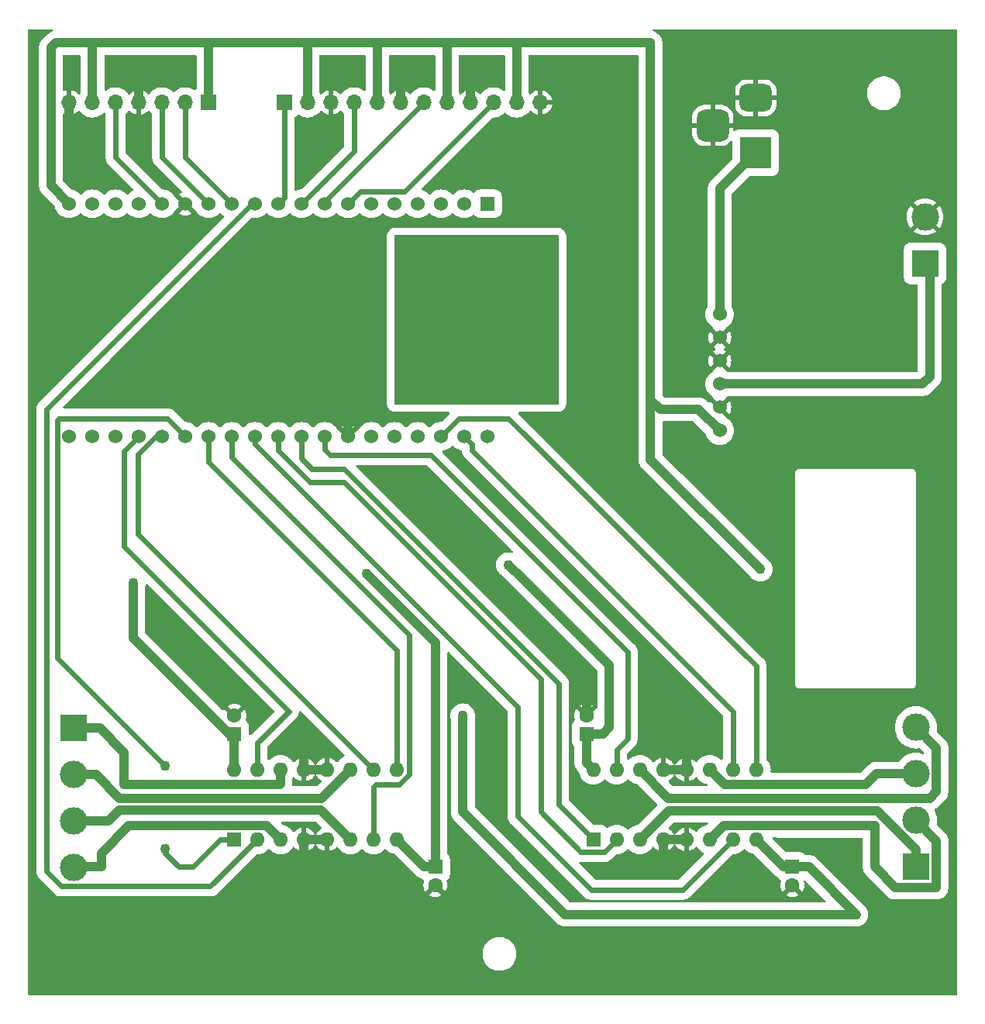
<source format=gbr>
%TF.GenerationSoftware,KiCad,Pcbnew,8.0.5*%
%TF.CreationDate,2024-09-23T14:05:06-05:00*%
%TF.ProjectId,LogicR,4c6f6769-6352-42e6-9b69-6361645f7063,rev?*%
%TF.SameCoordinates,Original*%
%TF.FileFunction,Copper,L2,Bot*%
%TF.FilePolarity,Positive*%
%FSLAX46Y46*%
G04 Gerber Fmt 4.6, Leading zero omitted, Abs format (unit mm)*
G04 Created by KiCad (PCBNEW 8.0.5) date 2024-09-23 14:05:06*
%MOMM*%
%LPD*%
G01*
G04 APERTURE LIST*
G04 Aperture macros list*
%AMRoundRect*
0 Rectangle with rounded corners*
0 $1 Rounding radius*
0 $2 $3 $4 $5 $6 $7 $8 $9 X,Y pos of 4 corners*
0 Add a 4 corners polygon primitive as box body*
4,1,4,$2,$3,$4,$5,$6,$7,$8,$9,$2,$3,0*
0 Add four circle primitives for the rounded corners*
1,1,$1+$1,$2,$3*
1,1,$1+$1,$4,$5*
1,1,$1+$1,$6,$7*
1,1,$1+$1,$8,$9*
0 Add four rect primitives between the rounded corners*
20,1,$1+$1,$2,$3,$4,$5,0*
20,1,$1+$1,$4,$5,$6,$7,0*
20,1,$1+$1,$6,$7,$8,$9,0*
20,1,$1+$1,$8,$9,$2,$3,0*%
G04 Aperture macros list end*
%TA.AperFunction,ComponentPad*%
%ADD10R,1.600000X1.600000*%
%TD*%
%TA.AperFunction,ComponentPad*%
%ADD11C,1.600000*%
%TD*%
%TA.AperFunction,ComponentPad*%
%ADD12R,3.500000X3.500000*%
%TD*%
%TA.AperFunction,ComponentPad*%
%ADD13RoundRect,0.750000X-1.000000X0.750000X-1.000000X-0.750000X1.000000X-0.750000X1.000000X0.750000X0*%
%TD*%
%TA.AperFunction,ComponentPad*%
%ADD14RoundRect,0.875000X-0.875000X0.875000X-0.875000X-0.875000X0.875000X-0.875000X0.875000X0.875000X0*%
%TD*%
%TA.AperFunction,ComponentPad*%
%ADD15O,1.600000X1.600000*%
%TD*%
%TA.AperFunction,ComponentPad*%
%ADD16R,3.000000X3.000000*%
%TD*%
%TA.AperFunction,ComponentPad*%
%ADD17C,3.000000*%
%TD*%
%TA.AperFunction,ComponentPad*%
%ADD18C,1.524000*%
%TD*%
%TA.AperFunction,ComponentPad*%
%ADD19R,1.700000X1.700000*%
%TD*%
%TA.AperFunction,ComponentPad*%
%ADD20O,1.700000X1.700000*%
%TD*%
%TA.AperFunction,ComponentPad*%
%ADD21R,1.530000X1.530000*%
%TD*%
%TA.AperFunction,ComponentPad*%
%ADD22C,1.530000*%
%TD*%
%TA.AperFunction,ViaPad*%
%ADD23C,1.100000*%
%TD*%
%TA.AperFunction,Conductor*%
%ADD24C,1.000000*%
%TD*%
%TA.AperFunction,Conductor*%
%ADD25C,0.600000*%
%TD*%
G04 APERTURE END LIST*
D10*
%TO.P,C4,1*%
%TO.N,+5V*%
X94500000Y-137000000D03*
D11*
%TO.P,C4,2*%
%TO.N,GND*%
X94500000Y-139000000D03*
%TD*%
D10*
%TO.P,C2,1*%
%TO.N,+5V*%
X111000000Y-122455112D03*
D11*
%TO.P,C2,2*%
%TO.N,GND*%
X111000000Y-120455112D03*
%TD*%
D12*
%TO.P,J9,1*%
%TO.N,VDC*%
X129500000Y-59000000D03*
D13*
%TO.P,J9,2*%
%TO.N,GND*%
X129500000Y-53000000D03*
D14*
%TO.P,J9,3*%
X124800000Y-56000000D03*
%TD*%
D10*
%TO.P,U3,1,EN1\u002C2*%
%TO.N,/PWM 1(B)*%
X72500000Y-134000000D03*
D15*
%TO.P,U3,2,1A*%
%TO.N,/1a(Izquierda)*%
X75040000Y-134000000D03*
%TO.P,U3,3,1Y*%
%TO.N,Net-(J11-Pin_4)*%
X77580000Y-134000000D03*
%TO.P,U3,4,GND*%
%TO.N,GND*%
X80120000Y-134000000D03*
%TO.P,U3,5,GND*%
X82660000Y-134000000D03*
%TO.P,U3,6,2Y*%
%TO.N,Net-(J11-Pin_3)*%
X85200000Y-134000000D03*
%TO.P,U3,7,2A*%
%TO.N,/2a(Izquierda)*%
X87740000Y-134000000D03*
%TO.P,U3,8,VCC2*%
%TO.N,+5V*%
X90280000Y-134000000D03*
%TO.P,U3,9,EN3\u002C4*%
%TO.N,/PWM 2(B)*%
X90280000Y-126380000D03*
%TO.P,U3,10,3A*%
%TO.N,/3a(Izquierda)*%
X87740000Y-126380000D03*
%TO.P,U3,11,3Y*%
%TO.N,Net-(J11-Pin_2)*%
X85200000Y-126380000D03*
%TO.P,U3,12,GND*%
%TO.N,GND*%
X82660000Y-126380000D03*
%TO.P,U3,13,GND*%
X80120000Y-126380000D03*
%TO.P,U3,14,4Y*%
%TO.N,Net-(J11-Pin_1)*%
X77580000Y-126380000D03*
%TO.P,U3,15,4A*%
%TO.N,/4a(Izquierda)*%
X75040000Y-126380000D03*
%TO.P,U3,16,VCC1*%
%TO.N,+5V*%
X72500000Y-126380000D03*
%TD*%
D10*
%TO.P,C1,1*%
%TO.N,+5V*%
X72544888Y-122500000D03*
D11*
%TO.P,C1,2*%
%TO.N,GND*%
X72544888Y-120500000D03*
%TD*%
D16*
%TO.P,J11,1,Pin_1*%
%TO.N,Net-(J11-Pin_1)*%
X55000000Y-121840000D03*
D17*
%TO.P,J11,2,Pin_2*%
%TO.N,Net-(J11-Pin_2)*%
X55000000Y-126920000D03*
%TO.P,J11,3,Pin_3*%
%TO.N,Net-(J11-Pin_3)*%
X55000000Y-132000000D03*
%TO.P,J11,4,Pin_4*%
%TO.N,Net-(J11-Pin_4)*%
X55000000Y-137080000D03*
%TD*%
D18*
%TO.P,U4,1,VIN*%
%TO.N,VDC*%
X125570000Y-76650000D03*
%TO.P,U4,2,GND*%
%TO.N,GND*%
X125570000Y-79190000D03*
%TO.P,U4,3,GND*%
X125570000Y-81730000D03*
%TO.P,U4,4,BAT*%
%TO.N,+BATT*%
X125570000Y-84270000D03*
%TO.P,U4,5,GND*%
%TO.N,GND*%
X125570000Y-86810000D03*
%TO.P,U4,6,OUT-5V*%
%TO.N,+5V*%
X125570000Y-89350000D03*
%TD*%
D19*
%TO.P,J1,1,Pin_1*%
%TO.N,/Servo1*%
X78000000Y-53500000D03*
D20*
%TO.P,J1,2,Pin_2*%
%TO.N,+5V*%
X80540000Y-53500000D03*
%TO.P,J1,3,Pin_3*%
%TO.N,GND*%
X83080000Y-53500000D03*
%TO.P,J1,4,Pin_4*%
%TO.N,/Servo2*%
X85620000Y-53500000D03*
%TO.P,J1,5,Pin_5*%
%TO.N,+5V*%
X88160000Y-53500000D03*
%TO.P,J1,6,Pin_6*%
%TO.N,GND*%
X90700000Y-53500000D03*
%TO.P,J1,7,Pin_7*%
%TO.N,/Servo3*%
X93240000Y-53500000D03*
%TO.P,J1,8,Pin_8*%
%TO.N,+5V*%
X95780000Y-53500000D03*
%TO.P,J1,9,Pin_9*%
%TO.N,GND*%
X98320000Y-53500000D03*
%TO.P,J1,10,Pin_10*%
%TO.N,/Servo4*%
X100860000Y-53500000D03*
%TO.P,J1,11,Pin_11*%
%TO.N,+5V*%
X103400000Y-53500000D03*
%TO.P,J1,12,Pin_12*%
%TO.N,GND*%
X105940000Y-53500000D03*
%TD*%
D10*
%TO.P,C3,1*%
%TO.N,+5V*%
X133500000Y-137000000D03*
D11*
%TO.P,C3,2*%
%TO.N,GND*%
X133500000Y-139000000D03*
%TD*%
D17*
%TO.P,BT1,2,-*%
%TO.N,GND*%
X148000000Y-66000000D03*
D16*
%TO.P,BT1,1,+*%
%TO.N,+BATT*%
X148000000Y-71080000D03*
%TD*%
%TO.P,J10,1,Pin_1*%
%TO.N,/pot_1y*%
X147000000Y-137000000D03*
D17*
%TO.P,J10,2,Pin_2*%
%TO.N,/pot_2y*%
X147000000Y-131920000D03*
%TO.P,J10,3,Pin_3*%
%TO.N,/pot_3y*%
X147000000Y-126840000D03*
%TO.P,J10,4,Pin_4*%
%TO.N,/pot_4y*%
X147000000Y-121760000D03*
%TD*%
D10*
%TO.P,U2,1,EN1\u002C2*%
%TO.N,/PWM 1(A)*%
X111760000Y-134000000D03*
D15*
%TO.P,U2,2,1A*%
%TO.N,/1a(Derecha)*%
X114300000Y-134000000D03*
%TO.P,U2,3,1Y*%
%TO.N,/pot_1y*%
X116840000Y-134000000D03*
%TO.P,U2,4,GND*%
%TO.N,GND*%
X119380000Y-134000000D03*
%TO.P,U2,5,GND*%
X121920000Y-134000000D03*
%TO.P,U2,6,2Y*%
%TO.N,/pot_2y*%
X124460000Y-134000000D03*
%TO.P,U2,7,2A*%
%TO.N,/2a(Derecha)*%
X127000000Y-134000000D03*
%TO.P,U2,8,VCC2*%
%TO.N,+5V*%
X129540000Y-134000000D03*
%TO.P,U2,9,EN3\u002C4*%
%TO.N,/PWM 2(A)*%
X129540000Y-126380000D03*
%TO.P,U2,10,3A*%
%TO.N,/3a(Derecha)*%
X127000000Y-126380000D03*
%TO.P,U2,11,3Y*%
%TO.N,/pot_3y*%
X124460000Y-126380000D03*
%TO.P,U2,12,GND*%
%TO.N,GND*%
X121920000Y-126380000D03*
%TO.P,U2,13,GND*%
X119380000Y-126380000D03*
%TO.P,U2,14,4Y*%
%TO.N,/pot_4y*%
X116840000Y-126380000D03*
%TO.P,U2,15,4A*%
%TO.N,/4a(Derecha)*%
X114300000Y-126380000D03*
%TO.P,U2,16,VCC1*%
%TO.N,+5V*%
X111760000Y-126380000D03*
%TD*%
D21*
%TO.P,U1,1,3V3*%
%TO.N,unconnected-(U1-3V3-Pad1)*%
X100200000Y-64572500D03*
D22*
%TO.P,U1,2,EN*%
%TO.N,unconnected-(U1-EN-Pad2)*%
X97660000Y-64572500D03*
%TO.P,U1,3,SENSOR_VP*%
%TO.N,unconnected-(U1-SENSOR_VP-Pad3)*%
X95120000Y-64572500D03*
%TO.P,U1,4,SENSOR_VN*%
%TO.N,unconnected-(U1-SENSOR_VN-Pad4)*%
X92580000Y-64572500D03*
%TO.P,U1,5,IO34*%
%TO.N,unconnected-(U1-IO34-Pad5)*%
X90040000Y-64572500D03*
%TO.P,U1,6,IO35*%
%TO.N,unconnected-(U1-IO35-Pad6)*%
X87500000Y-64572500D03*
%TO.P,U1,7,IO32*%
%TO.N,/Servo4*%
X84960000Y-64572500D03*
%TO.P,U1,8,IO33*%
%TO.N,/Servo3*%
X82420000Y-64572500D03*
%TO.P,U1,9,IO25*%
%TO.N,/Servo2*%
X79880000Y-64572500D03*
%TO.P,U1,10,IO26*%
%TO.N,/Servo1*%
X77340000Y-64572500D03*
%TO.P,U1,11,IO27*%
%TO.N,/1a(Izquierda)*%
X74800000Y-64572500D03*
%TO.P,U1,12,IO14*%
%TO.N,/trig*%
X72260000Y-64572500D03*
%TO.P,U1,13,IO12*%
%TO.N,/echo*%
X69720000Y-64572500D03*
%TO.P,U1,14,GND1*%
%TO.N,GND*%
X67180000Y-64572500D03*
%TO.P,U1,15,IO13*%
%TO.N,/servo5*%
X64640000Y-64572500D03*
%TO.P,U1,16,SD2*%
%TO.N,unconnected-(U1-SD2-Pad16)*%
X62100000Y-64572500D03*
%TO.P,U1,17,SD3*%
%TO.N,unconnected-(U1-SD3-Pad17)*%
X59560000Y-64572500D03*
%TO.P,U1,18,CMD*%
%TO.N,unconnected-(U1-CMD-Pad18)*%
X57020000Y-64572500D03*
%TO.P,U1,19,EXT_5V*%
%TO.N,+5V*%
X54480000Y-64572500D03*
%TO.P,U1,20,CLK*%
%TO.N,unconnected-(U1-CLK-Pad20)*%
X54480000Y-89972500D03*
%TO.P,U1,21,SD0*%
%TO.N,unconnected-(U1-SD0-Pad21)*%
X57020000Y-89972500D03*
%TO.P,U1,22,SD1*%
%TO.N,unconnected-(U1-SD1-Pad22)*%
X59560000Y-89972500D03*
%TO.P,U1,23,IO15*%
%TO.N,/4a(Izquierda)*%
X62100000Y-89972500D03*
%TO.P,U1,24,IO2*%
%TO.N,/3a(Izquierda)*%
X64640000Y-89972500D03*
%TO.P,U1,25,IO0*%
%TO.N,/PWM 1(B)*%
X67180000Y-89972500D03*
%TO.P,U1,26,IO4*%
%TO.N,/PWM 2(B)*%
X69720000Y-89972500D03*
%TO.P,U1,27,IO16*%
%TO.N,/2a(Izquierda)*%
X72260000Y-89972500D03*
%TO.P,U1,28,IO17*%
%TO.N,/2a(Derecha)*%
X74800000Y-89972500D03*
%TO.P,U1,29,IO5*%
%TO.N,/1a(Derecha)*%
X77340000Y-89972500D03*
%TO.P,U1,30,IO18*%
%TO.N,/PWM 1(A)*%
X79880000Y-89972500D03*
%TO.P,U1,31,IO19*%
%TO.N,/4a(Derecha)*%
X82420000Y-89972500D03*
%TO.P,U1,32,GND2*%
%TO.N,GND*%
X84960000Y-89972500D03*
%TO.P,U1,33,IO21*%
%TO.N,unconnected-(U1-IO21-Pad33)*%
X87500000Y-89972500D03*
%TO.P,U1,34,RXD0*%
%TO.N,unconnected-(U1-RXD0-Pad34)*%
X90040000Y-89972500D03*
%TO.P,U1,35,TXD0*%
%TO.N,unconnected-(U1-TXD0-Pad35)*%
X92580000Y-89972500D03*
%TO.P,U1,36,IO22*%
%TO.N,/PWM 2(A)*%
X95120000Y-89972500D03*
%TO.P,U1,37,IO23*%
%TO.N,/3a(Derecha)*%
X97660000Y-89972500D03*
%TO.P,U1,38,GND3*%
%TO.N,unconnected-(U1-GND3-Pad38)*%
X100200000Y-89972500D03*
%TD*%
D19*
%TO.P,J2,1,Pin_1*%
%TO.N,+5V*%
X69740000Y-53500000D03*
D20*
%TO.P,J2,2,Pin_2*%
%TO.N,/trig*%
X67200000Y-53500000D03*
%TO.P,J2,3,Pin_3*%
%TO.N,/echo*%
X64660000Y-53500000D03*
%TO.P,J2,4,Pin_4*%
%TO.N,GND*%
X62120000Y-53500000D03*
%TO.P,J2,5,Pin_5*%
%TO.N,/servo5*%
X59580000Y-53500000D03*
%TO.P,J2,6,Pin_6*%
%TO.N,+5V*%
X57040000Y-53500000D03*
%TO.P,J2,7,Pin_7*%
%TO.N,GND*%
X54500000Y-53500000D03*
%TD*%
D23*
%TO.N,GND*%
X62500000Y-49500000D03*
X80000000Y-123500000D03*
X86351601Y-50500000D03*
X91000000Y-50500000D03*
X106000000Y-50500000D03*
X98500000Y-50500000D03*
X119000000Y-137500000D03*
X54500000Y-57500000D03*
X119500000Y-122500000D03*
X81500000Y-57000000D03*
X80000000Y-136500000D03*
X62000000Y-57500000D03*
%TO.N,+5V*%
X97500000Y-120500000D03*
X87000000Y-105000000D03*
X61500000Y-106000000D03*
X130000000Y-104500000D03*
X102500000Y-104000000D03*
%TO.N,/PWM 1(B)*%
X65000000Y-126000000D03*
X65000000Y-135000000D03*
%TD*%
D24*
%TO.N,GND*%
X82660000Y-134000000D02*
X80120000Y-134000000D01*
X90700000Y-53500000D02*
X90700000Y-50800000D01*
X98320000Y-50680000D02*
X98500000Y-50500000D01*
X54500000Y-53500000D02*
X54500000Y-57500000D01*
X119380000Y-137120000D02*
X119000000Y-137500000D01*
X90700000Y-50800000D02*
X91000000Y-50500000D01*
X111000000Y-117500000D02*
X110500000Y-117000000D01*
X84960000Y-89972500D02*
X84960000Y-87040000D01*
X84960000Y-87040000D02*
X85000000Y-87000000D01*
X121920000Y-124920000D02*
X119500000Y-122500000D01*
X80120000Y-126380000D02*
X80120000Y-123880000D01*
X121920000Y-126380000D02*
X121920000Y-124920000D01*
X80120000Y-136380000D02*
X80000000Y-136500000D01*
X111000000Y-120455112D02*
X111000000Y-117500000D01*
X80120000Y-126380000D02*
X82660000Y-126380000D01*
X98320000Y-53500000D02*
X98320000Y-50680000D01*
X119380000Y-134000000D02*
X119380000Y-137120000D01*
X119380000Y-134000000D02*
X121920000Y-134000000D01*
X62120000Y-53500000D02*
X62120000Y-49880000D01*
X80120000Y-123620000D02*
X80000000Y-123500000D01*
X80120000Y-134000000D02*
X80120000Y-136380000D01*
X119380000Y-126380000D02*
X121920000Y-126380000D01*
X62120000Y-49880000D02*
X62500000Y-49500000D01*
%TO.N,+BATT*%
X147730000Y-84270000D02*
X148500000Y-83500000D01*
X125570000Y-84270000D02*
X147730000Y-84270000D01*
X148500000Y-83500000D02*
X148500000Y-71040000D01*
%TO.N,+5V*%
X135300000Y-137000000D02*
X140500000Y-142200000D01*
X57000000Y-47000000D02*
X57000000Y-48000000D01*
X52500000Y-62592500D02*
X54480000Y-64572500D01*
X52500000Y-47500000D02*
X52500000Y-60500000D01*
X118000000Y-86000000D02*
X118000000Y-85500000D01*
X53000000Y-47000000D02*
X52500000Y-47500000D01*
X94500000Y-137000000D02*
X94500000Y-112500000D01*
X103400000Y-53500000D02*
X103400000Y-47100000D01*
X72544888Y-126335112D02*
X72500000Y-126380000D01*
X104000000Y-105500000D02*
X102500000Y-104000000D01*
X80500000Y-47000000D02*
X69500000Y-47000000D01*
X111000000Y-125620000D02*
X111760000Y-126380000D01*
X80540000Y-53500000D02*
X80540000Y-47040000D01*
X123253500Y-87033500D02*
X119033500Y-87033500D01*
X52500000Y-60500000D02*
X52500000Y-62592500D01*
X69500000Y-47000000D02*
X57000000Y-47000000D01*
X133500000Y-137000000D02*
X132540000Y-137000000D01*
X88000000Y-47000000D02*
X80500000Y-47000000D01*
X69740000Y-53500000D02*
X69740000Y-47240000D01*
X133500000Y-137000000D02*
X135300000Y-137000000D01*
X112800000Y-122455112D02*
X113500000Y-121755112D01*
X88160000Y-47160000D02*
X88000000Y-47000000D01*
X72544888Y-122500000D02*
X72000000Y-122500000D01*
X108700000Y-142200000D02*
X97500000Y-131000000D01*
X69740000Y-47240000D02*
X69500000Y-47000000D01*
X57000000Y-47000000D02*
X53000000Y-47000000D01*
X113500000Y-121755112D02*
X113500000Y-115000000D01*
X57040000Y-48040000D02*
X57040000Y-53500000D01*
X80540000Y-47040000D02*
X80500000Y-47000000D01*
X94500000Y-137000000D02*
X93280000Y-137000000D01*
X95780000Y-47280000D02*
X95500000Y-47000000D01*
X57000000Y-48000000D02*
X57040000Y-48040000D01*
X111000000Y-122455112D02*
X112800000Y-122455112D01*
X72544888Y-122500000D02*
X72544888Y-126335112D01*
X97500000Y-131000000D02*
X97500000Y-120500000D01*
X118000000Y-85500000D02*
X118000000Y-47000000D01*
X111000000Y-122455112D02*
X111000000Y-125620000D01*
X93280000Y-137000000D02*
X90280000Y-134000000D01*
X118000000Y-92500000D02*
X130000000Y-104500000D01*
X118000000Y-47000000D02*
X103500000Y-47000000D01*
X88160000Y-53500000D02*
X88160000Y-47160000D01*
X113500000Y-115000000D02*
X104000000Y-105500000D01*
X94500000Y-112500000D02*
X91500000Y-109500000D01*
X72000000Y-122500000D02*
X61500000Y-112000000D01*
X119033500Y-87033500D02*
X118000000Y-86000000D01*
X118000000Y-85500000D02*
X118000000Y-92500000D01*
X95500000Y-47000000D02*
X88000000Y-47000000D01*
X61500000Y-112000000D02*
X61500000Y-106000000D01*
X125570000Y-89350000D02*
X123253500Y-87033500D01*
X140500000Y-142200000D02*
X108700000Y-142200000D01*
X132540000Y-137000000D02*
X129540000Y-134000000D01*
X103500000Y-47000000D02*
X95500000Y-47000000D01*
X103400000Y-47100000D02*
X103500000Y-47000000D01*
X95780000Y-53500000D02*
X95780000Y-47280000D01*
X91500000Y-109500000D02*
X87000000Y-105000000D01*
D25*
%TO.N,/Servo1*%
X78000000Y-53500000D02*
X78000000Y-63912500D01*
X78000000Y-63912500D02*
X77340000Y-64572500D01*
%TO.N,/Servo4*%
X86279000Y-63253500D02*
X84960000Y-64572500D01*
X100860000Y-53500000D02*
X91106500Y-63253500D01*
X91106500Y-63253500D02*
X86279000Y-63253500D01*
%TO.N,/Servo2*%
X85620000Y-58832500D02*
X79880000Y-64572500D01*
X85620000Y-53500000D02*
X85620000Y-58832500D01*
%TO.N,/Servo3*%
X82420000Y-64320000D02*
X82420000Y-64572500D01*
X93240000Y-53500000D02*
X82420000Y-64320000D01*
%TO.N,/trig*%
X67200000Y-59512500D02*
X72260000Y-64572500D01*
X67200000Y-53500000D02*
X67200000Y-59512500D01*
%TO.N,/echo*%
X64660000Y-53500000D02*
X64660000Y-59512500D01*
X64660000Y-59512500D02*
X69720000Y-64572500D01*
%TO.N,/servo5*%
X59580000Y-59512500D02*
X64640000Y-64572500D01*
X59580000Y-53500000D02*
X59580000Y-59512500D01*
D24*
%TO.N,VDC*%
X125570000Y-62930000D02*
X129500000Y-59000000D01*
X125570000Y-76650000D02*
X125570000Y-62930000D01*
%TO.N,/pot_2y*%
X131946000Y-132446000D02*
X132000000Y-132500000D01*
X149254000Y-134174000D02*
X147000000Y-131920000D01*
X124460000Y-134000000D02*
X126014000Y-132446000D01*
X126014000Y-132446000D02*
X131946000Y-132446000D01*
X144746000Y-139254000D02*
X149254000Y-139254000D01*
X149254000Y-139254000D02*
X149254000Y-134174000D01*
X142500000Y-137008000D02*
X144746000Y-139254000D01*
X142500000Y-132500000D02*
X142500000Y-137008000D01*
X132000000Y-132500000D02*
X142500000Y-132500000D01*
%TO.N,/pot_4y*%
X148500000Y-129500000D02*
X149254000Y-128746000D01*
X149254000Y-124014000D02*
X147000000Y-121760000D01*
X116840000Y-126380000D02*
X119960000Y-129500000D01*
X119960000Y-129500000D02*
X148500000Y-129500000D01*
X149254000Y-128746000D02*
X149254000Y-124014000D01*
%TO.N,/pot_1y*%
X142740362Y-130848000D02*
X147000000Y-135107638D01*
X147000000Y-135107638D02*
X147000000Y-137000000D01*
X142740362Y-130848000D02*
X119992000Y-130848000D01*
X116840000Y-134000000D02*
X119992000Y-130848000D01*
%TO.N,/pot_3y*%
X141500000Y-128000000D02*
X142660000Y-126840000D01*
X126080000Y-128000000D02*
X124460000Y-126380000D01*
X141500000Y-128000000D02*
X126080000Y-128000000D01*
X142660000Y-126840000D02*
X147000000Y-126840000D01*
D25*
%TO.N,/4a(Derecha)*%
X114300000Y-124200000D02*
X115500000Y-123000000D01*
X94000000Y-92000000D02*
X83000000Y-92000000D01*
X82420000Y-91420000D02*
X82420000Y-89972500D01*
X115500000Y-123000000D02*
X115500000Y-113500000D01*
X114300000Y-126380000D02*
X114300000Y-124200000D01*
X83000000Y-92000000D02*
X82420000Y-91420000D01*
X115500000Y-113500000D02*
X94000000Y-92000000D01*
%TO.N,/PWM 2(A)*%
X129540000Y-126380000D02*
X129540000Y-115040000D01*
X102500000Y-88000000D02*
X97092500Y-88000000D01*
X97092500Y-88000000D02*
X95120000Y-89972500D01*
X129540000Y-115040000D02*
X102500000Y-88000000D01*
%TO.N,/PWM 1(B)*%
X53161000Y-88193000D02*
X53354000Y-88000000D01*
X65000000Y-135500000D02*
X65000000Y-135000000D01*
X53161000Y-114161000D02*
X53161000Y-88193000D01*
X66500000Y-137000000D02*
X65000000Y-135500000D01*
X53354000Y-88000000D02*
X65207500Y-88000000D01*
X71000000Y-134000000D02*
X68000000Y-137000000D01*
X68000000Y-137000000D02*
X66500000Y-137000000D01*
X65207500Y-88000000D02*
X67180000Y-89972500D01*
X72500000Y-134000000D02*
X71000000Y-134000000D01*
X65000000Y-126000000D02*
X53161000Y-114161000D01*
%TO.N,/2a(Derecha)*%
X74800000Y-90800000D02*
X74800000Y-89972500D01*
X103500000Y-131500000D02*
X103500000Y-119500000D01*
X121500000Y-139500000D02*
X111500000Y-139500000D01*
X111500000Y-139500000D02*
X103500000Y-131500000D01*
X127000000Y-134000000D02*
X121500000Y-139500000D01*
X103500000Y-119500000D02*
X74800000Y-90800000D01*
%TO.N,/3a(Izquierda)*%
X62000000Y-91937848D02*
X62000000Y-100640000D01*
X64640000Y-89972500D02*
X63965348Y-89972500D01*
X62000000Y-100640000D02*
X87740000Y-126380000D01*
X63965348Y-89972500D02*
X62000000Y-91937848D01*
%TO.N,/PWM 2(B)*%
X69720000Y-92780000D02*
X69720000Y-89972500D01*
X90280000Y-113340000D02*
X69720000Y-92780000D01*
X90280000Y-126380000D02*
X90280000Y-113340000D01*
%TO.N,/4a(Izquierda)*%
X75040000Y-123460000D02*
X75040000Y-126380000D01*
X78500000Y-120000000D02*
X75040000Y-123460000D01*
X62100000Y-89972500D02*
X60500000Y-91572500D01*
X60500000Y-91572500D02*
X60500000Y-102000000D01*
X60500000Y-102000000D02*
X78500000Y-120000000D01*
%TO.N,/1a(Izquierda)*%
X69906000Y-139134000D02*
X53634000Y-139134000D01*
X74427500Y-64572500D02*
X74800000Y-64572500D01*
X53634000Y-139134000D02*
X52000000Y-137500000D01*
X52000000Y-87000000D02*
X74427500Y-64572500D01*
X75040000Y-134000000D02*
X69906000Y-139134000D01*
X52000000Y-137500000D02*
X52000000Y-87000000D01*
%TO.N,/2a(Izquierda)*%
X72260000Y-92260000D02*
X72260000Y-89972500D01*
X87740000Y-134000000D02*
X87740000Y-128240000D01*
X90574846Y-128000000D02*
X91634000Y-126940846D01*
X91634000Y-126940846D02*
X91634000Y-111634000D01*
X91634000Y-111634000D02*
X72260000Y-92260000D01*
X87980000Y-128000000D02*
X90574846Y-128000000D01*
X87740000Y-128240000D02*
X87980000Y-128000000D01*
%TO.N,/3a(Derecha)*%
X127000000Y-120000000D02*
X98500000Y-91500000D01*
X127000000Y-126380000D02*
X127000000Y-120000000D01*
X98500000Y-90812500D02*
X97660000Y-89972500D01*
X98500000Y-91500000D02*
X98500000Y-90812500D01*
%TO.N,/1a(Derecha)*%
X77340000Y-89972500D02*
X77340000Y-91547738D01*
X106000000Y-131000000D02*
X110354000Y-135354000D01*
X84500000Y-95000000D02*
X106000000Y-116500000D01*
X112946000Y-135354000D02*
X114300000Y-134000000D01*
X80792262Y-95000000D02*
X84500000Y-95000000D01*
X110354000Y-135354000D02*
X112946000Y-135354000D01*
X106000000Y-116500000D02*
X106000000Y-131000000D01*
X77340000Y-91547738D02*
X80792262Y-95000000D01*
%TO.N,/PWM 1(A)*%
X111760000Y-134000000D02*
X108000000Y-130240000D01*
X84500000Y-93500000D02*
X81000000Y-93500000D01*
X81000000Y-93500000D02*
X79880000Y-92380000D01*
X79880000Y-92380000D02*
X79880000Y-89972500D01*
X108000000Y-117000000D02*
X84500000Y-93500000D01*
X108000000Y-130240000D02*
X108000000Y-117000000D01*
D24*
%TO.N,Net-(J11-Pin_3)*%
X58754000Y-132000000D02*
X55000000Y-132000000D01*
X60000000Y-130754000D02*
X58754000Y-132000000D01*
X81954000Y-130754000D02*
X60000000Y-130754000D01*
X85200000Y-134000000D02*
X81954000Y-130754000D01*
%TO.N,Net-(J11-Pin_4)*%
X58000000Y-135500000D02*
X58000000Y-137000000D01*
X76026000Y-132446000D02*
X70054000Y-132446000D01*
X77580000Y-134000000D02*
X76026000Y-132446000D01*
X55080000Y-137000000D02*
X55000000Y-137080000D01*
X70000000Y-132500000D02*
X61000000Y-132500000D01*
X70054000Y-132446000D02*
X70000000Y-132500000D01*
X58000000Y-137000000D02*
X55080000Y-137000000D01*
X61000000Y-132500000D02*
X58000000Y-135500000D01*
%TO.N,Net-(J11-Pin_2)*%
X60000000Y-129500000D02*
X57420000Y-126920000D01*
X57420000Y-126920000D02*
X55000000Y-126920000D01*
X85200000Y-126380000D02*
X82080000Y-129500000D01*
X82080000Y-129500000D02*
X60000000Y-129500000D01*
%TO.N,Net-(J11-Pin_1)*%
X77500000Y-128000000D02*
X60500000Y-128000000D01*
X60500000Y-128000000D02*
X60500000Y-124500000D01*
X60500000Y-124500000D02*
X57840000Y-121840000D01*
X77580000Y-126380000D02*
X77580000Y-127920000D01*
X57840000Y-121840000D02*
X55000000Y-121840000D01*
X77580000Y-127920000D02*
X77500000Y-128000000D01*
%TD*%
%TA.AperFunction,NonConductor*%
G36*
X107943039Y-68019685D02*
G01*
X107988794Y-68072489D01*
X108000000Y-68124000D01*
X108000000Y-86376000D01*
X107980315Y-86443039D01*
X107927511Y-86488794D01*
X107876000Y-86500000D01*
X90124000Y-86500000D01*
X90056961Y-86480315D01*
X90011206Y-86427511D01*
X90000000Y-86376000D01*
X90000000Y-68124000D01*
X90019685Y-68056961D01*
X90072489Y-68011206D01*
X90124000Y-68000000D01*
X107876000Y-68000000D01*
X107943039Y-68019685D01*
G37*
%TD.AperFunction*%
%TA.AperFunction,Conductor*%
%TO.N,GND*%
G36*
X52690614Y-45520185D02*
G01*
X52736369Y-45572989D01*
X52746313Y-45642147D01*
X52717288Y-45705703D01*
X52661893Y-45742431D01*
X52500784Y-45794777D01*
X52500781Y-45794778D01*
X52373761Y-45859500D01*
X52318386Y-45887715D01*
X52152788Y-46008027D01*
X52012372Y-46148443D01*
X52012329Y-46148483D01*
X51508032Y-46652782D01*
X51508028Y-46652787D01*
X51387720Y-46818378D01*
X51387711Y-46818392D01*
X51368821Y-46855464D01*
X51368822Y-46855465D01*
X51294781Y-47000776D01*
X51231522Y-47195465D01*
X51199500Y-47397648D01*
X51199500Y-62694851D01*
X51231522Y-62897034D01*
X51294781Y-63091723D01*
X51314221Y-63129875D01*
X51333081Y-63166889D01*
X51387713Y-63274111D01*
X51508034Y-63439719D01*
X51508036Y-63439721D01*
X52917697Y-64849382D01*
X52950589Y-64908114D01*
X52984112Y-65047745D01*
X52986518Y-65057766D01*
X53080813Y-65285416D01*
X53080815Y-65285419D01*
X53209563Y-65495518D01*
X53209564Y-65495520D01*
X53227700Y-65516754D01*
X53369601Y-65682899D01*
X53466612Y-65765754D01*
X53556979Y-65842935D01*
X53556981Y-65842936D01*
X53767079Y-65971684D01*
X53994735Y-66065982D01*
X53994736Y-66065982D01*
X53994738Y-66065983D01*
X54234345Y-66123507D01*
X54480000Y-66142841D01*
X54725655Y-66123507D01*
X54965262Y-66065983D01*
X55192920Y-65971684D01*
X55403023Y-65842933D01*
X55590399Y-65682899D01*
X55655711Y-65606427D01*
X55714216Y-65568236D01*
X55784084Y-65567736D01*
X55843130Y-65605090D01*
X55844216Y-65606342D01*
X55900469Y-65672207D01*
X55909601Y-65682899D01*
X56096979Y-65842935D01*
X56096981Y-65842936D01*
X56307079Y-65971684D01*
X56534735Y-66065982D01*
X56534736Y-66065982D01*
X56534738Y-66065983D01*
X56774345Y-66123507D01*
X57020000Y-66142841D01*
X57265655Y-66123507D01*
X57505262Y-66065983D01*
X57732920Y-65971684D01*
X57943023Y-65842933D01*
X58130399Y-65682899D01*
X58195711Y-65606427D01*
X58254216Y-65568236D01*
X58324084Y-65567736D01*
X58383130Y-65605090D01*
X58384216Y-65606342D01*
X58440469Y-65672207D01*
X58449601Y-65682899D01*
X58636979Y-65842935D01*
X58636981Y-65842936D01*
X58847079Y-65971684D01*
X59074735Y-66065982D01*
X59074736Y-66065982D01*
X59074738Y-66065983D01*
X59314345Y-66123507D01*
X59560000Y-66142841D01*
X59805655Y-66123507D01*
X60045262Y-66065983D01*
X60272920Y-65971684D01*
X60483023Y-65842933D01*
X60670399Y-65682899D01*
X60735711Y-65606427D01*
X60794216Y-65568236D01*
X60864084Y-65567736D01*
X60923130Y-65605090D01*
X60924216Y-65606342D01*
X60980469Y-65672207D01*
X60989601Y-65682899D01*
X61176979Y-65842935D01*
X61176981Y-65842936D01*
X61387079Y-65971684D01*
X61614735Y-66065982D01*
X61614736Y-66065982D01*
X61614738Y-66065983D01*
X61854345Y-66123507D01*
X62100000Y-66142841D01*
X62345655Y-66123507D01*
X62585262Y-66065983D01*
X62812920Y-65971684D01*
X63023023Y-65842933D01*
X63210399Y-65682899D01*
X63275711Y-65606427D01*
X63334216Y-65568236D01*
X63404084Y-65567736D01*
X63463130Y-65605090D01*
X63464216Y-65606342D01*
X63520469Y-65672207D01*
X63529601Y-65682899D01*
X63716979Y-65842935D01*
X63716981Y-65842936D01*
X63927079Y-65971684D01*
X64154735Y-66065982D01*
X64154736Y-66065982D01*
X64154738Y-66065983D01*
X64394345Y-66123507D01*
X64640000Y-66142841D01*
X64885655Y-66123507D01*
X65125262Y-66065983D01*
X65352920Y-65971684D01*
X65563023Y-65842933D01*
X65750399Y-65682899D01*
X65910433Y-65495523D01*
X66010830Y-65331688D01*
X66062641Y-65284815D01*
X66125687Y-65273259D01*
X66688871Y-64710074D01*
X66704755Y-64769353D01*
X66771898Y-64885647D01*
X66866853Y-64980602D01*
X66983147Y-65047745D01*
X67042424Y-65063628D01*
X66479656Y-65626394D01*
X66545083Y-65672206D01*
X66545085Y-65672207D01*
X66745690Y-65765750D01*
X66745699Y-65765754D01*
X66959490Y-65823038D01*
X66959500Y-65823040D01*
X67179999Y-65842332D01*
X67180001Y-65842332D01*
X67400499Y-65823040D01*
X67400509Y-65823038D01*
X67614300Y-65765754D01*
X67614309Y-65765750D01*
X67814915Y-65672206D01*
X67880342Y-65626394D01*
X67317575Y-65063627D01*
X67376853Y-65047745D01*
X67493147Y-64980602D01*
X67588102Y-64885647D01*
X67655245Y-64769353D01*
X67671128Y-64710075D01*
X68234348Y-65273296D01*
X68301134Y-65286718D01*
X68349169Y-65331688D01*
X68449567Y-65495523D01*
X68609601Y-65682899D01*
X68706612Y-65765754D01*
X68796979Y-65842935D01*
X68796981Y-65842936D01*
X69007079Y-65971684D01*
X69234735Y-66065982D01*
X69234736Y-66065982D01*
X69234738Y-66065983D01*
X69474345Y-66123507D01*
X69720000Y-66142841D01*
X69965655Y-66123507D01*
X70205262Y-66065983D01*
X70432920Y-65971684D01*
X70643023Y-65842933D01*
X70830399Y-65682899D01*
X70895711Y-65606427D01*
X70954216Y-65568236D01*
X71024084Y-65567736D01*
X71083130Y-65605090D01*
X71084216Y-65606342D01*
X71149601Y-65682899D01*
X71246607Y-65765750D01*
X71336974Y-65842931D01*
X71336975Y-65842932D01*
X71366395Y-65860960D01*
X71413271Y-65912771D01*
X71424694Y-65981701D01*
X71397038Y-66045864D01*
X71389287Y-66054369D01*
X51283072Y-86160586D01*
X51160588Y-86283069D01*
X51160588Y-86283070D01*
X51160586Y-86283072D01*
X51116859Y-86343256D01*
X51058768Y-86423211D01*
X50980128Y-86577552D01*
X50926597Y-86742302D01*
X50899500Y-86913389D01*
X50899500Y-137586610D01*
X50915813Y-137689611D01*
X50926598Y-137757701D01*
X50980127Y-137922445D01*
X51058768Y-138076788D01*
X51160586Y-138216928D01*
X52917072Y-139973414D01*
X53057212Y-140075232D01*
X53211555Y-140153873D01*
X53376299Y-140207402D01*
X53547389Y-140234500D01*
X53547390Y-140234500D01*
X69992610Y-140234500D01*
X69992611Y-140234500D01*
X70163701Y-140207402D01*
X70328445Y-140153873D01*
X70482788Y-140075232D01*
X70622928Y-139973414D01*
X74954573Y-135641767D01*
X75015896Y-135608283D01*
X75035172Y-135606210D01*
X75035143Y-135605831D01*
X75039998Y-135605448D01*
X75040000Y-135605449D01*
X75291148Y-135585683D01*
X75536111Y-135526873D01*
X75768859Y-135430466D01*
X75983659Y-135298836D01*
X76175224Y-135135224D01*
X76215710Y-135087819D01*
X76274216Y-135049627D01*
X76344084Y-135049128D01*
X76403130Y-135086482D01*
X76404235Y-135087756D01*
X76440429Y-135130134D01*
X76444776Y-135135224D01*
X76636343Y-135298838D01*
X76636346Y-135298839D01*
X76851140Y-135430466D01*
X76956751Y-135474211D01*
X77083889Y-135526873D01*
X77328852Y-135585683D01*
X77580000Y-135605449D01*
X77831148Y-135585683D01*
X78076111Y-135526873D01*
X78308859Y-135430466D01*
X78523659Y-135298836D01*
X78715224Y-135135224D01*
X78878836Y-134943659D01*
X78928249Y-134863023D01*
X78980058Y-134816150D01*
X79048988Y-134804727D01*
X79113151Y-134832384D01*
X79121656Y-134840134D01*
X79281179Y-134999657D01*
X79467517Y-135130134D01*
X79673673Y-135226265D01*
X79673682Y-135226269D01*
X79869999Y-135278872D01*
X79870000Y-135278871D01*
X79870000Y-134315686D01*
X79874394Y-134320080D01*
X79965606Y-134372741D01*
X80067339Y-134400000D01*
X80172661Y-134400000D01*
X80274394Y-134372741D01*
X80365606Y-134320080D01*
X80370000Y-134315686D01*
X80370000Y-135278872D01*
X80566317Y-135226269D01*
X80566326Y-135226265D01*
X80772482Y-135130134D01*
X80958820Y-134999657D01*
X81119657Y-134838820D01*
X81250134Y-134652481D01*
X81250135Y-134652479D01*
X81277618Y-134593543D01*
X81323790Y-134541103D01*
X81390983Y-134521951D01*
X81457864Y-134542166D01*
X81502382Y-134593543D01*
X81529864Y-134652479D01*
X81529865Y-134652481D01*
X81660342Y-134838820D01*
X81821179Y-134999657D01*
X82007517Y-135130134D01*
X82213673Y-135226265D01*
X82213682Y-135226269D01*
X82409999Y-135278872D01*
X82410000Y-135278871D01*
X82410000Y-134315686D01*
X82414394Y-134320080D01*
X82505606Y-134372741D01*
X82607339Y-134400000D01*
X82712661Y-134400000D01*
X82814394Y-134372741D01*
X82905606Y-134320080D01*
X82910000Y-134315686D01*
X82910000Y-135278872D01*
X83106317Y-135226269D01*
X83106326Y-135226265D01*
X83312482Y-135130134D01*
X83498820Y-134999657D01*
X83658343Y-134840135D01*
X83719666Y-134806650D01*
X83789358Y-134811634D01*
X83845291Y-134853506D01*
X83851751Y-134863026D01*
X83901160Y-134943653D01*
X83901161Y-134943656D01*
X83929999Y-134977421D01*
X84064776Y-135135224D01*
X84182082Y-135235413D01*
X84256343Y-135298838D01*
X84256346Y-135298839D01*
X84471140Y-135430466D01*
X84576751Y-135474211D01*
X84703889Y-135526873D01*
X84948852Y-135585683D01*
X85200000Y-135605449D01*
X85451148Y-135585683D01*
X85696111Y-135526873D01*
X85928859Y-135430466D01*
X86143659Y-135298836D01*
X86335224Y-135135224D01*
X86375710Y-135087819D01*
X86434216Y-135049627D01*
X86504084Y-135049128D01*
X86563130Y-135086482D01*
X86564235Y-135087756D01*
X86600429Y-135130134D01*
X86604776Y-135135224D01*
X86796343Y-135298838D01*
X86796346Y-135298839D01*
X87011140Y-135430466D01*
X87116751Y-135474211D01*
X87243889Y-135526873D01*
X87488852Y-135585683D01*
X87740000Y-135605449D01*
X87991148Y-135585683D01*
X88236111Y-135526873D01*
X88468859Y-135430466D01*
X88683659Y-135298836D01*
X88875224Y-135135224D01*
X88915710Y-135087819D01*
X88974216Y-135049627D01*
X89044084Y-135049128D01*
X89103130Y-135086482D01*
X89104235Y-135087756D01*
X89140429Y-135130134D01*
X89144776Y-135135224D01*
X89336343Y-135298838D01*
X89336346Y-135298839D01*
X89551140Y-135430466D01*
X89656751Y-135474211D01*
X89783889Y-135526873D01*
X89991749Y-135576775D01*
X90050483Y-135609668D01*
X92284908Y-137844092D01*
X92284922Y-137844107D01*
X92288033Y-137847218D01*
X92288034Y-137847219D01*
X92432781Y-137991966D01*
X92432784Y-137991968D01*
X92432788Y-137991972D01*
X92549529Y-138076788D01*
X92598390Y-138112287D01*
X92703846Y-138166020D01*
X92780781Y-138205221D01*
X92780784Y-138205222D01*
X92955636Y-138262034D01*
X92975466Y-138268477D01*
X93008074Y-138273641D01*
X93071206Y-138303569D01*
X93076355Y-138308433D01*
X93197738Y-138429816D01*
X93213698Y-138439844D01*
X93259989Y-138492179D01*
X93270637Y-138561232D01*
X93267501Y-138576931D01*
X93214860Y-138773389D01*
X93214858Y-138773400D01*
X93195034Y-138999997D01*
X93195034Y-139000002D01*
X93214858Y-139226599D01*
X93214860Y-139226610D01*
X93273730Y-139446317D01*
X93273735Y-139446331D01*
X93369863Y-139652478D01*
X93420974Y-139725472D01*
X94100000Y-139046446D01*
X94100000Y-139052661D01*
X94127259Y-139154394D01*
X94179920Y-139245606D01*
X94254394Y-139320080D01*
X94345606Y-139372741D01*
X94447339Y-139400000D01*
X94453553Y-139400000D01*
X93774526Y-140079025D01*
X93847513Y-140130132D01*
X93847521Y-140130136D01*
X94053668Y-140226264D01*
X94053682Y-140226269D01*
X94273389Y-140285139D01*
X94273400Y-140285141D01*
X94499998Y-140304966D01*
X94500002Y-140304966D01*
X94726599Y-140285141D01*
X94726610Y-140285139D01*
X94946317Y-140226269D01*
X94946331Y-140226264D01*
X95152478Y-140130136D01*
X95225471Y-140079024D01*
X94546447Y-139400000D01*
X94552661Y-139400000D01*
X94654394Y-139372741D01*
X94745606Y-139320080D01*
X94820080Y-139245606D01*
X94872741Y-139154394D01*
X94900000Y-139052661D01*
X94900000Y-139046447D01*
X95579024Y-139725471D01*
X95630136Y-139652478D01*
X95726264Y-139446331D01*
X95726269Y-139446317D01*
X95785139Y-139226610D01*
X95785141Y-139226599D01*
X95804966Y-139000002D01*
X95804966Y-138999997D01*
X95785141Y-138773400D01*
X95785140Y-138773393D01*
X95732498Y-138576932D01*
X95734161Y-138507082D01*
X95773323Y-138449219D01*
X95786295Y-138439848D01*
X95802262Y-138429816D01*
X95929816Y-138302262D01*
X96025789Y-138149522D01*
X96085368Y-137979255D01*
X96100500Y-137844954D01*
X96100500Y-136155046D01*
X96093176Y-136090046D01*
X96085369Y-136020750D01*
X96085368Y-136020745D01*
X96050970Y-135922441D01*
X96025789Y-135850478D01*
X95929816Y-135697738D01*
X95836818Y-135604740D01*
X95803334Y-135543416D01*
X95800500Y-135517059D01*
X95800500Y-113656204D01*
X95820185Y-113589165D01*
X95872989Y-113543410D01*
X95942147Y-113533466D01*
X96005703Y-113562491D01*
X96012181Y-113568523D01*
X102363181Y-119919523D01*
X102396666Y-119980846D01*
X102399500Y-120007204D01*
X102399500Y-131586610D01*
X102414546Y-131681611D01*
X102426598Y-131757701D01*
X102480127Y-131922445D01*
X102558768Y-132076788D01*
X102660586Y-132216928D01*
X110660585Y-140216927D01*
X110660586Y-140216928D01*
X110783072Y-140339414D01*
X110923212Y-140441232D01*
X111077555Y-140519873D01*
X111242299Y-140573402D01*
X111413389Y-140600500D01*
X111413390Y-140600500D01*
X121586610Y-140600500D01*
X121586611Y-140600500D01*
X121757701Y-140573402D01*
X121922445Y-140519873D01*
X122076788Y-140441232D01*
X122216928Y-140339414D01*
X126914573Y-135641767D01*
X126975896Y-135608283D01*
X126995172Y-135606210D01*
X126995143Y-135605831D01*
X126999998Y-135605448D01*
X127000000Y-135605449D01*
X127251148Y-135585683D01*
X127496111Y-135526873D01*
X127728859Y-135430466D01*
X127943659Y-135298836D01*
X128135224Y-135135224D01*
X128175710Y-135087819D01*
X128234216Y-135049627D01*
X128304084Y-135049128D01*
X128363130Y-135086482D01*
X128364235Y-135087756D01*
X128400429Y-135130134D01*
X128404776Y-135135224D01*
X128596343Y-135298838D01*
X128596346Y-135298839D01*
X128811140Y-135430466D01*
X128916751Y-135474211D01*
X129043889Y-135526873D01*
X129251749Y-135576775D01*
X129310483Y-135609668D01*
X131544908Y-137844092D01*
X131544922Y-137844107D01*
X131548033Y-137847218D01*
X131548034Y-137847219D01*
X131692781Y-137991966D01*
X131692784Y-137991968D01*
X131692788Y-137991972D01*
X131858385Y-138112284D01*
X131858387Y-138112285D01*
X131858390Y-138112287D01*
X131963849Y-138166021D01*
X132012546Y-138210532D01*
X132070184Y-138302262D01*
X132197738Y-138429816D01*
X132213698Y-138439844D01*
X132259989Y-138492179D01*
X132270637Y-138561232D01*
X132267501Y-138576931D01*
X132214860Y-138773389D01*
X132214858Y-138773400D01*
X132195034Y-138999997D01*
X132195034Y-139000002D01*
X132214858Y-139226599D01*
X132214860Y-139226610D01*
X132273730Y-139446317D01*
X132273735Y-139446331D01*
X132369863Y-139652478D01*
X132420974Y-139725472D01*
X133100000Y-139046446D01*
X133100000Y-139052661D01*
X133127259Y-139154394D01*
X133179920Y-139245606D01*
X133254394Y-139320080D01*
X133345606Y-139372741D01*
X133447339Y-139400000D01*
X133453553Y-139400000D01*
X132774526Y-140079025D01*
X132847513Y-140130132D01*
X132847521Y-140130136D01*
X133053668Y-140226264D01*
X133053682Y-140226269D01*
X133273389Y-140285139D01*
X133273400Y-140285141D01*
X133499998Y-140304966D01*
X133500002Y-140304966D01*
X133726599Y-140285141D01*
X133726610Y-140285139D01*
X133946317Y-140226269D01*
X133946331Y-140226264D01*
X134152478Y-140130136D01*
X134225471Y-140079024D01*
X133546447Y-139400000D01*
X133552661Y-139400000D01*
X133654394Y-139372741D01*
X133745606Y-139320080D01*
X133820080Y-139245606D01*
X133872741Y-139154394D01*
X133900000Y-139052661D01*
X133900000Y-139046447D01*
X134579024Y-139725471D01*
X134630136Y-139652478D01*
X134726264Y-139446331D01*
X134726269Y-139446317D01*
X134785139Y-139226610D01*
X134785141Y-139226599D01*
X134804966Y-139000002D01*
X134804966Y-138999997D01*
X134785141Y-138773400D01*
X134785140Y-138773393D01*
X134740544Y-138606960D01*
X134742207Y-138537110D01*
X134781369Y-138479247D01*
X134845598Y-138451743D01*
X134914500Y-138463329D01*
X134948000Y-138487185D01*
X137148635Y-140687819D01*
X137182120Y-140749142D01*
X137177136Y-140818834D01*
X137135264Y-140874767D01*
X137069800Y-140899184D01*
X137060954Y-140899500D01*
X109290047Y-140899500D01*
X109223008Y-140879815D01*
X109202366Y-140863181D01*
X98836819Y-130497634D01*
X98803334Y-130436311D01*
X98800500Y-130409953D01*
X98800500Y-120880724D01*
X98804725Y-120848631D01*
X98835063Y-120735408D01*
X98855659Y-120500000D01*
X98835063Y-120264592D01*
X98773903Y-120036337D01*
X98674035Y-119822171D01*
X98660349Y-119802624D01*
X98538494Y-119628597D01*
X98371402Y-119461506D01*
X98371395Y-119461501D01*
X98177834Y-119325967D01*
X98177830Y-119325965D01*
X98168027Y-119321394D01*
X97963663Y-119226097D01*
X97963659Y-119226096D01*
X97963655Y-119226094D01*
X97735413Y-119164938D01*
X97735403Y-119164936D01*
X97500001Y-119144341D01*
X97499999Y-119144341D01*
X97264596Y-119164936D01*
X97264586Y-119164938D01*
X97036344Y-119226094D01*
X97036335Y-119226098D01*
X96822171Y-119325964D01*
X96822169Y-119325965D01*
X96628597Y-119461505D01*
X96461505Y-119628597D01*
X96325965Y-119822169D01*
X96325964Y-119822171D01*
X96226098Y-120036335D01*
X96226094Y-120036344D01*
X96164938Y-120264586D01*
X96164936Y-120264596D01*
X96144341Y-120499999D01*
X96144341Y-120500000D01*
X96164936Y-120735403D01*
X96164938Y-120735412D01*
X96168709Y-120749484D01*
X96189707Y-120827853D01*
X96195275Y-120848631D01*
X96199500Y-120880724D01*
X96199500Y-130897648D01*
X96199500Y-131102352D01*
X96231523Y-131304535D01*
X96236025Y-131318390D01*
X96294780Y-131499219D01*
X96339309Y-131586611D01*
X96387713Y-131681611D01*
X96508034Y-131847219D01*
X107852781Y-143191966D01*
X108018389Y-143312287D01*
X108109585Y-143358753D01*
X108200780Y-143405220D01*
X108200786Y-143405222D01*
X108251147Y-143421584D01*
X108298121Y-143436847D01*
X108298122Y-143436848D01*
X108322458Y-143444755D01*
X108395465Y-143468477D01*
X108597648Y-143500500D01*
X140392514Y-143500500D01*
X140392538Y-143500501D01*
X140397649Y-143500501D01*
X140602351Y-143500501D01*
X140602352Y-143500501D01*
X140804535Y-143468477D01*
X140804538Y-143468476D01*
X140804539Y-143468476D01*
X140999215Y-143405222D01*
X140999215Y-143405221D01*
X140999218Y-143405221D01*
X141181611Y-143312287D01*
X141347219Y-143191966D01*
X141491966Y-143047219D01*
X141612287Y-142881611D01*
X141705221Y-142699218D01*
X141768477Y-142504535D01*
X141800501Y-142302352D01*
X141800501Y-142097649D01*
X141768477Y-141895466D01*
X141768476Y-141895462D01*
X141768476Y-141895461D01*
X141705222Y-141700784D01*
X141705216Y-141700771D01*
X141612289Y-141518393D01*
X141606548Y-141510491D01*
X141606546Y-141510489D01*
X141491971Y-141352787D01*
X141491968Y-141352784D01*
X141491966Y-141352781D01*
X141347219Y-141208034D01*
X141347218Y-141208033D01*
X141344107Y-141204922D01*
X141344092Y-141204908D01*
X138746144Y-138606960D01*
X136147219Y-136008034D01*
X135981611Y-135887713D01*
X135828536Y-135809718D01*
X135799219Y-135794780D01*
X135685102Y-135757701D01*
X135685101Y-135757700D01*
X135604532Y-135731522D01*
X135449220Y-135706923D01*
X135402352Y-135699500D01*
X135402351Y-135699500D01*
X134982941Y-135699500D01*
X134915902Y-135679815D01*
X134895260Y-135663182D01*
X134851968Y-135619890D01*
X134802262Y-135570184D01*
X134731606Y-135525788D01*
X134649523Y-135474211D01*
X134479254Y-135414631D01*
X134479249Y-135414630D01*
X134344960Y-135399500D01*
X134344954Y-135399500D01*
X132830046Y-135399500D01*
X132763007Y-135379815D01*
X132742365Y-135363181D01*
X131337366Y-133958181D01*
X131303881Y-133896858D01*
X131308865Y-133827166D01*
X131350737Y-133771233D01*
X131416201Y-133746816D01*
X131425047Y-133746500D01*
X131608187Y-133746500D01*
X131646505Y-133752569D01*
X131695465Y-133768477D01*
X131796557Y-133784489D01*
X131897649Y-133800501D01*
X131897650Y-133800501D01*
X132107463Y-133800501D01*
X132107487Y-133800500D01*
X141075500Y-133800500D01*
X141142539Y-133820185D01*
X141188294Y-133872989D01*
X141199500Y-133924500D01*
X141199500Y-137110351D01*
X141231522Y-137312535D01*
X141249647Y-137368315D01*
X141263151Y-137409876D01*
X141294780Y-137507219D01*
X141294781Y-137507220D01*
X141330225Y-137576785D01*
X141330227Y-137576787D01*
X141387713Y-137689611D01*
X141508034Y-137855219D01*
X141508035Y-137855220D01*
X141508036Y-137855221D01*
X143750908Y-140098092D01*
X143750922Y-140098107D01*
X143754033Y-140101218D01*
X143754034Y-140101219D01*
X143898781Y-140245966D01*
X144027402Y-140339414D01*
X144064390Y-140366287D01*
X144157261Y-140413607D01*
X144246781Y-140459221D01*
X144246787Y-140459223D01*
X144340115Y-140489546D01*
X144433449Y-140519872D01*
X144441466Y-140522477D01*
X144643648Y-140554500D01*
X144643649Y-140554500D01*
X149356351Y-140554500D01*
X149356352Y-140554500D01*
X149558534Y-140522477D01*
X149753219Y-140459220D01*
X149935610Y-140366287D01*
X150047302Y-140285139D01*
X150101213Y-140245971D01*
X150101215Y-140245968D01*
X150101219Y-140245966D01*
X150245966Y-140101219D01*
X150245968Y-140101215D01*
X150245971Y-140101213D01*
X150338823Y-139973411D01*
X150366287Y-139935610D01*
X150459220Y-139753219D01*
X150522477Y-139558534D01*
X150554500Y-139356352D01*
X150554500Y-134071648D01*
X150537055Y-133961505D01*
X150522477Y-133869465D01*
X150482790Y-133747322D01*
X150459220Y-133674781D01*
X150459218Y-133674778D01*
X150459218Y-133674776D01*
X150400148Y-133558846D01*
X150366287Y-133492390D01*
X150355867Y-133478048D01*
X150245971Y-133326786D01*
X149308421Y-132389236D01*
X149274936Y-132327913D01*
X149274485Y-132277362D01*
X149285713Y-132220920D01*
X149305436Y-131920000D01*
X149285713Y-131619080D01*
X149279254Y-131586611D01*
X149247143Y-131425177D01*
X149226880Y-131323309D01*
X149129945Y-131037748D01*
X149120775Y-131019154D01*
X149026770Y-130828529D01*
X149014774Y-130759697D01*
X149041895Y-130695306D01*
X149081688Y-130663200D01*
X149104588Y-130651532D01*
X149104591Y-130651529D01*
X149104605Y-130651523D01*
X149181611Y-130612287D01*
X149347219Y-130491966D01*
X150245966Y-129593219D01*
X150366287Y-129427611D01*
X150451753Y-129259873D01*
X150459220Y-129245219D01*
X150506242Y-129100500D01*
X150522477Y-129050535D01*
X150554500Y-128848352D01*
X150554500Y-128643648D01*
X150554500Y-123911648D01*
X150535538Y-123791931D01*
X150522477Y-123709465D01*
X150479367Y-123576788D01*
X150459220Y-123514781D01*
X150459218Y-123514778D01*
X150459218Y-123514776D01*
X150395737Y-123390189D01*
X150366287Y-123332390D01*
X150342807Y-123300072D01*
X150245971Y-123166786D01*
X149308421Y-122229236D01*
X149274936Y-122167913D01*
X149274485Y-122117362D01*
X149285713Y-122060920D01*
X149305436Y-121760000D01*
X149285713Y-121459080D01*
X149226880Y-121163309D01*
X149129945Y-120877748D01*
X149123362Y-120864400D01*
X148996568Y-120607286D01*
X148996564Y-120607279D01*
X148829026Y-120356540D01*
X148630189Y-120129810D01*
X148403459Y-119930973D01*
X148152720Y-119763435D01*
X148152713Y-119763431D01*
X147882268Y-119630062D01*
X147882247Y-119630053D01*
X147596698Y-119533122D01*
X147596692Y-119533120D01*
X147596691Y-119533120D01*
X147596689Y-119533119D01*
X147596683Y-119533118D01*
X147300930Y-119474288D01*
X147300921Y-119474287D01*
X147300920Y-119474287D01*
X147000000Y-119454564D01*
X146699080Y-119474287D01*
X146699079Y-119474287D01*
X146699069Y-119474288D01*
X146403316Y-119533118D01*
X146403301Y-119533122D01*
X146117752Y-119630053D01*
X146117731Y-119630062D01*
X145847286Y-119763431D01*
X145847279Y-119763435D01*
X145596540Y-119930973D01*
X145369810Y-120129810D01*
X145170973Y-120356540D01*
X145003435Y-120607279D01*
X145003431Y-120607286D01*
X144870062Y-120877731D01*
X144870053Y-120877752D01*
X144773122Y-121163301D01*
X144773118Y-121163316D01*
X144714288Y-121459069D01*
X144714287Y-121459081D01*
X144694564Y-121760000D01*
X144714287Y-122060918D01*
X144714288Y-122060930D01*
X144773118Y-122356683D01*
X144773122Y-122356698D01*
X144870053Y-122642247D01*
X144870062Y-122642268D01*
X145003431Y-122912713D01*
X145003435Y-122912720D01*
X145170973Y-123163459D01*
X145369810Y-123390189D01*
X145596540Y-123589026D01*
X145847279Y-123756564D01*
X145847286Y-123756568D01*
X146117731Y-123889937D01*
X146117736Y-123889939D01*
X146117748Y-123889945D01*
X146403309Y-123986880D01*
X146577626Y-124021554D01*
X146699069Y-124045711D01*
X146699070Y-124045711D01*
X146699080Y-124045713D01*
X147000000Y-124065436D01*
X147300920Y-124045713D01*
X147357363Y-124034485D01*
X147426954Y-124040712D01*
X147469236Y-124068421D01*
X147852312Y-124451497D01*
X147885797Y-124512820D01*
X147880813Y-124582512D01*
X147838941Y-124638445D01*
X147773477Y-124662862D01*
X147724773Y-124656597D01*
X147596703Y-124613123D01*
X147596683Y-124613118D01*
X147300930Y-124554288D01*
X147300921Y-124554287D01*
X147300920Y-124554287D01*
X147000000Y-124534564D01*
X146699080Y-124554287D01*
X146699079Y-124554287D01*
X146699069Y-124554288D01*
X146403316Y-124613118D01*
X146403301Y-124613122D01*
X146117752Y-124710053D01*
X146117731Y-124710062D01*
X145847286Y-124843431D01*
X145847279Y-124843435D01*
X145596540Y-125010973D01*
X145369810Y-125209810D01*
X145170977Y-125436535D01*
X145156922Y-125457570D01*
X145139001Y-125484391D01*
X145085391Y-125529195D01*
X145035900Y-125539500D01*
X142557648Y-125539500D01*
X142506419Y-125547614D01*
X142355464Y-125571523D01*
X142160784Y-125634777D01*
X142160781Y-125634778D01*
X141978386Y-125727715D01*
X141812786Y-125848028D01*
X141812782Y-125848032D01*
X140997634Y-126663181D01*
X140936311Y-126696666D01*
X140909953Y-126699500D01*
X131254446Y-126699500D01*
X131187407Y-126679815D01*
X131141652Y-126627011D01*
X131130828Y-126565771D01*
X131145449Y-126380000D01*
X131125683Y-126128852D01*
X131066873Y-125883889D01*
X131046993Y-125835894D01*
X130970466Y-125651140D01*
X130838839Y-125436346D01*
X130838838Y-125436344D01*
X130838837Y-125436343D01*
X130838836Y-125436341D01*
X130694581Y-125267440D01*
X130672060Y-125241071D01*
X130673332Y-125239984D01*
X130643334Y-125185047D01*
X130640500Y-125158689D01*
X130640500Y-114953389D01*
X130613402Y-114782302D01*
X130613402Y-114782299D01*
X130559873Y-114617555D01*
X130481232Y-114463212D01*
X130379414Y-114323072D01*
X130256928Y-114200586D01*
X103573523Y-87517181D01*
X103540038Y-87455858D01*
X103545022Y-87386166D01*
X103586894Y-87330233D01*
X103652358Y-87305816D01*
X103661204Y-87305500D01*
X107875991Y-87305500D01*
X107876000Y-87305500D01*
X108047228Y-87287090D01*
X108098739Y-87275884D01*
X108138635Y-87266134D01*
X108306316Y-87199665D01*
X108455002Y-87097550D01*
X108507806Y-87051795D01*
X108578180Y-86982842D01*
X108683308Y-86836270D01*
X108753185Y-86669981D01*
X108772870Y-86602942D01*
X108776238Y-86590023D01*
X108785303Y-86555247D01*
X108790951Y-86505124D01*
X108805500Y-86376000D01*
X108805500Y-68124000D01*
X108787090Y-67952772D01*
X108775884Y-67901261D01*
X108766134Y-67861365D01*
X108699665Y-67693684D01*
X108597550Y-67544998D01*
X108551795Y-67492194D01*
X108482842Y-67421820D01*
X108336270Y-67316692D01*
X108169981Y-67246815D01*
X108169982Y-67246815D01*
X108169979Y-67246814D01*
X108102924Y-67227124D01*
X108055247Y-67214696D01*
X107876004Y-67194500D01*
X107876000Y-67194500D01*
X90124000Y-67194500D01*
X90123991Y-67194500D01*
X89952773Y-67212909D01*
X89901254Y-67224117D01*
X89861370Y-67233864D01*
X89861365Y-67233866D01*
X89693684Y-67300335D01*
X89693683Y-67300335D01*
X89693682Y-67300336D01*
X89544998Y-67402449D01*
X89544994Y-67402453D01*
X89492196Y-67448202D01*
X89492192Y-67448206D01*
X89421823Y-67517154D01*
X89316692Y-67663730D01*
X89246814Y-67830020D01*
X89227124Y-67897075D01*
X89214696Y-67944752D01*
X89194500Y-68123995D01*
X89194500Y-86376008D01*
X89212909Y-86547226D01*
X89224117Y-86598745D01*
X89233864Y-86638629D01*
X89233865Y-86638632D01*
X89233866Y-86638635D01*
X89300335Y-86806316D01*
X89302865Y-86810000D01*
X89382942Y-86926598D01*
X89402450Y-86955002D01*
X89448205Y-87007806D01*
X89517158Y-87078180D01*
X89663730Y-87183308D01*
X89830019Y-87253185D01*
X89895252Y-87272339D01*
X89897075Y-87272875D01*
X89944752Y-87285303D01*
X89944757Y-87285303D01*
X89944759Y-87285304D01*
X90123995Y-87305499D01*
X90123996Y-87305500D01*
X90124000Y-87305500D01*
X95931296Y-87305500D01*
X95998335Y-87325185D01*
X96044090Y-87377989D01*
X96054034Y-87447147D01*
X96025009Y-87510703D01*
X96018977Y-87517181D01*
X95167541Y-88368615D01*
X95106218Y-88402100D01*
X95089590Y-88404552D01*
X95012181Y-88410644D01*
X94874345Y-88421493D01*
X94874341Y-88421494D01*
X94634735Y-88479017D01*
X94407079Y-88573315D01*
X94196981Y-88702063D01*
X94196979Y-88702064D01*
X94106608Y-88779249D01*
X94009601Y-88862101D01*
X94000468Y-88872795D01*
X93944290Y-88938571D01*
X93885783Y-88976764D01*
X93815916Y-88977263D01*
X93756869Y-88939909D01*
X93755710Y-88938571D01*
X93690399Y-88862101D01*
X93503727Y-88702668D01*
X93503020Y-88702064D01*
X93503018Y-88702063D01*
X93292920Y-88573315D01*
X93065264Y-88479017D01*
X92825658Y-88421493D01*
X92580000Y-88402159D01*
X92334341Y-88421493D01*
X92094735Y-88479017D01*
X91867079Y-88573315D01*
X91656981Y-88702063D01*
X91656979Y-88702064D01*
X91566608Y-88779249D01*
X91469601Y-88862101D01*
X91460468Y-88872795D01*
X91404290Y-88938571D01*
X91345783Y-88976764D01*
X91275916Y-88977263D01*
X91216869Y-88939909D01*
X91215710Y-88938571D01*
X91150399Y-88862101D01*
X90963727Y-88702668D01*
X90963020Y-88702064D01*
X90963018Y-88702063D01*
X90752920Y-88573315D01*
X90525264Y-88479017D01*
X90285658Y-88421493D01*
X90040000Y-88402159D01*
X89794341Y-88421493D01*
X89554735Y-88479017D01*
X89327079Y-88573315D01*
X89116981Y-88702063D01*
X89116979Y-88702064D01*
X89026608Y-88779249D01*
X88929601Y-88862101D01*
X88920468Y-88872795D01*
X88864290Y-88938571D01*
X88805783Y-88976764D01*
X88735916Y-88977263D01*
X88676869Y-88939909D01*
X88675710Y-88938571D01*
X88610399Y-88862101D01*
X88423727Y-88702668D01*
X88423020Y-88702064D01*
X88423018Y-88702063D01*
X88212920Y-88573315D01*
X87985264Y-88479017D01*
X87745658Y-88421493D01*
X87500000Y-88402159D01*
X87254341Y-88421493D01*
X87014735Y-88479017D01*
X86787079Y-88573315D01*
X86576981Y-88702063D01*
X86576979Y-88702064D01*
X86389601Y-88862101D01*
X86229564Y-89049479D01*
X86229563Y-89049482D01*
X86129170Y-89213308D01*
X86077358Y-89260183D01*
X86014312Y-89271738D01*
X85451127Y-89834922D01*
X85435245Y-89775647D01*
X85368102Y-89659353D01*
X85273147Y-89564398D01*
X85156853Y-89497255D01*
X85097575Y-89481372D01*
X85660342Y-88918605D01*
X85660341Y-88918603D01*
X85594919Y-88872795D01*
X85394309Y-88779249D01*
X85394300Y-88779245D01*
X85180509Y-88721961D01*
X85180499Y-88721959D01*
X84960001Y-88702668D01*
X84959999Y-88702668D01*
X84739500Y-88721959D01*
X84739490Y-88721961D01*
X84525699Y-88779245D01*
X84525690Y-88779249D01*
X84325084Y-88872793D01*
X84259657Y-88918604D01*
X84822424Y-89481371D01*
X84763147Y-89497255D01*
X84646853Y-89564398D01*
X84551898Y-89659353D01*
X84484755Y-89775647D01*
X84468871Y-89834924D01*
X83905648Y-89271701D01*
X83838863Y-89258279D01*
X83790829Y-89213308D01*
X83690436Y-89049481D01*
X83690435Y-89049479D01*
X83654280Y-89007148D01*
X83530399Y-88862101D01*
X83343727Y-88702668D01*
X83343020Y-88702064D01*
X83343018Y-88702063D01*
X83132920Y-88573315D01*
X82905264Y-88479017D01*
X82665658Y-88421493D01*
X82420000Y-88402159D01*
X82174341Y-88421493D01*
X81934735Y-88479017D01*
X81707079Y-88573315D01*
X81496981Y-88702063D01*
X81496979Y-88702064D01*
X81406608Y-88779249D01*
X81309601Y-88862101D01*
X81300468Y-88872795D01*
X81244290Y-88938571D01*
X81185783Y-88976764D01*
X81115916Y-88977263D01*
X81056869Y-88939909D01*
X81055710Y-88938571D01*
X80990399Y-88862101D01*
X80803727Y-88702668D01*
X80803020Y-88702064D01*
X80803018Y-88702063D01*
X80592920Y-88573315D01*
X80365264Y-88479017D01*
X80125658Y-88421493D01*
X79880000Y-88402159D01*
X79634341Y-88421493D01*
X79394735Y-88479017D01*
X79167079Y-88573315D01*
X78956981Y-88702063D01*
X78956979Y-88702064D01*
X78866608Y-88779249D01*
X78769601Y-88862101D01*
X78760468Y-88872795D01*
X78704290Y-88938571D01*
X78645783Y-88976764D01*
X78575916Y-88977263D01*
X78516869Y-88939909D01*
X78515710Y-88938571D01*
X78450399Y-88862101D01*
X78263727Y-88702668D01*
X78263020Y-88702064D01*
X78263018Y-88702063D01*
X78052920Y-88573315D01*
X77825264Y-88479017D01*
X77585658Y-88421493D01*
X77340000Y-88402159D01*
X77094341Y-88421493D01*
X76854735Y-88479017D01*
X76627079Y-88573315D01*
X76416981Y-88702063D01*
X76416979Y-88702064D01*
X76326608Y-88779249D01*
X76229601Y-88862101D01*
X76220468Y-88872795D01*
X76164290Y-88938571D01*
X76105783Y-88976764D01*
X76035916Y-88977263D01*
X75976869Y-88939909D01*
X75975710Y-88938571D01*
X75910399Y-88862101D01*
X75723727Y-88702668D01*
X75723020Y-88702064D01*
X75723018Y-88702063D01*
X75512920Y-88573315D01*
X75285264Y-88479017D01*
X75045658Y-88421493D01*
X74800000Y-88402159D01*
X74554341Y-88421493D01*
X74314735Y-88479017D01*
X74087079Y-88573315D01*
X73876981Y-88702063D01*
X73876979Y-88702064D01*
X73786608Y-88779249D01*
X73689601Y-88862101D01*
X73680468Y-88872795D01*
X73624290Y-88938571D01*
X73565783Y-88976764D01*
X73495916Y-88977263D01*
X73436869Y-88939909D01*
X73435710Y-88938571D01*
X73370399Y-88862101D01*
X73183727Y-88702668D01*
X73183020Y-88702064D01*
X73183018Y-88702063D01*
X72972920Y-88573315D01*
X72745264Y-88479017D01*
X72505658Y-88421493D01*
X72260000Y-88402159D01*
X72014341Y-88421493D01*
X71774735Y-88479017D01*
X71547079Y-88573315D01*
X71336981Y-88702063D01*
X71336979Y-88702064D01*
X71246608Y-88779249D01*
X71149601Y-88862101D01*
X71140468Y-88872795D01*
X71084290Y-88938571D01*
X71025783Y-88976764D01*
X70955916Y-88977263D01*
X70896869Y-88939909D01*
X70895710Y-88938571D01*
X70830399Y-88862101D01*
X70643727Y-88702668D01*
X70643020Y-88702064D01*
X70643018Y-88702063D01*
X70432920Y-88573315D01*
X70205264Y-88479017D01*
X69965658Y-88421493D01*
X69720000Y-88402159D01*
X69474341Y-88421493D01*
X69234735Y-88479017D01*
X69007079Y-88573315D01*
X68796981Y-88702063D01*
X68796979Y-88702064D01*
X68706608Y-88779249D01*
X68609601Y-88862101D01*
X68600468Y-88872795D01*
X68544290Y-88938571D01*
X68485783Y-88976764D01*
X68415916Y-88977263D01*
X68356869Y-88939909D01*
X68355710Y-88938571D01*
X68290399Y-88862101D01*
X68103727Y-88702668D01*
X68103020Y-88702064D01*
X68103018Y-88702063D01*
X67892920Y-88573315D01*
X67665264Y-88479017D01*
X67513870Y-88442671D01*
X67425655Y-88421493D01*
X67259782Y-88408438D01*
X67210408Y-88404552D01*
X67145120Y-88379667D01*
X67132457Y-88368615D01*
X65924430Y-87160588D01*
X65924428Y-87160586D01*
X65784288Y-87058768D01*
X65629945Y-86980127D01*
X65465201Y-86926598D01*
X65465199Y-86926597D01*
X65465198Y-86926597D01*
X65333771Y-86905781D01*
X65294111Y-86899500D01*
X65294110Y-86899500D01*
X53956204Y-86899500D01*
X53889165Y-86879815D01*
X53843410Y-86827011D01*
X53833466Y-86757853D01*
X53862491Y-86694297D01*
X53868523Y-86687819D01*
X58973403Y-81582939D01*
X74407256Y-66149084D01*
X74468577Y-66115601D01*
X74523880Y-66116192D01*
X74554345Y-66123507D01*
X74800000Y-66142841D01*
X75045655Y-66123507D01*
X75285262Y-66065983D01*
X75512920Y-65971684D01*
X75723023Y-65842933D01*
X75910399Y-65682899D01*
X75975711Y-65606427D01*
X76034216Y-65568236D01*
X76104084Y-65567736D01*
X76163130Y-65605090D01*
X76164216Y-65606342D01*
X76220469Y-65672207D01*
X76229601Y-65682899D01*
X76416979Y-65842935D01*
X76416981Y-65842936D01*
X76627079Y-65971684D01*
X76854735Y-66065982D01*
X76854736Y-66065982D01*
X76854738Y-66065983D01*
X77094345Y-66123507D01*
X77340000Y-66142841D01*
X77585655Y-66123507D01*
X77825262Y-66065983D01*
X78052920Y-65971684D01*
X78263023Y-65842933D01*
X78450399Y-65682899D01*
X78515711Y-65606427D01*
X78574216Y-65568236D01*
X78644084Y-65567736D01*
X78703130Y-65605090D01*
X78704216Y-65606342D01*
X78760469Y-65672207D01*
X78769601Y-65682899D01*
X78956979Y-65842935D01*
X78956981Y-65842936D01*
X79167079Y-65971684D01*
X79394735Y-66065982D01*
X79394736Y-66065982D01*
X79394738Y-66065983D01*
X79634345Y-66123507D01*
X79880000Y-66142841D01*
X80125655Y-66123507D01*
X80365262Y-66065983D01*
X80592920Y-65971684D01*
X80803023Y-65842933D01*
X80990399Y-65682899D01*
X81055711Y-65606427D01*
X81114216Y-65568236D01*
X81184084Y-65567736D01*
X81243130Y-65605090D01*
X81244216Y-65606342D01*
X81300469Y-65672207D01*
X81309601Y-65682899D01*
X81496979Y-65842935D01*
X81496981Y-65842936D01*
X81707079Y-65971684D01*
X81934735Y-66065982D01*
X81934736Y-66065982D01*
X81934738Y-66065983D01*
X82174345Y-66123507D01*
X82420000Y-66142841D01*
X82665655Y-66123507D01*
X82905262Y-66065983D01*
X83132920Y-65971684D01*
X83343023Y-65842933D01*
X83530399Y-65682899D01*
X83595711Y-65606427D01*
X83654216Y-65568236D01*
X83724084Y-65567736D01*
X83783130Y-65605090D01*
X83784216Y-65606342D01*
X83840469Y-65672207D01*
X83849601Y-65682899D01*
X84036979Y-65842935D01*
X84036981Y-65842936D01*
X84247079Y-65971684D01*
X84474735Y-66065982D01*
X84474736Y-66065982D01*
X84474738Y-66065983D01*
X84714345Y-66123507D01*
X84960000Y-66142841D01*
X85205655Y-66123507D01*
X85445262Y-66065983D01*
X85672920Y-65971684D01*
X85883023Y-65842933D01*
X86070399Y-65682899D01*
X86135711Y-65606427D01*
X86194216Y-65568236D01*
X86264084Y-65567736D01*
X86323130Y-65605090D01*
X86324216Y-65606342D01*
X86380469Y-65672207D01*
X86389601Y-65682899D01*
X86576979Y-65842935D01*
X86576981Y-65842936D01*
X86787079Y-65971684D01*
X87014735Y-66065982D01*
X87014736Y-66065982D01*
X87014738Y-66065983D01*
X87254345Y-66123507D01*
X87500000Y-66142841D01*
X87745655Y-66123507D01*
X87985262Y-66065983D01*
X88212920Y-65971684D01*
X88423023Y-65842933D01*
X88610399Y-65682899D01*
X88675711Y-65606427D01*
X88734216Y-65568236D01*
X88804084Y-65567736D01*
X88863130Y-65605090D01*
X88864216Y-65606342D01*
X88920469Y-65672207D01*
X88929601Y-65682899D01*
X89116979Y-65842935D01*
X89116981Y-65842936D01*
X89327079Y-65971684D01*
X89554735Y-66065982D01*
X89554736Y-66065982D01*
X89554738Y-66065983D01*
X89794345Y-66123507D01*
X90040000Y-66142841D01*
X90285655Y-66123507D01*
X90525262Y-66065983D01*
X90752920Y-65971684D01*
X90963023Y-65842933D01*
X91150399Y-65682899D01*
X91215711Y-65606427D01*
X91274216Y-65568236D01*
X91344084Y-65567736D01*
X91403130Y-65605090D01*
X91404216Y-65606342D01*
X91460469Y-65672207D01*
X91469601Y-65682899D01*
X91656979Y-65842935D01*
X91656981Y-65842936D01*
X91867079Y-65971684D01*
X92094735Y-66065982D01*
X92094736Y-66065982D01*
X92094738Y-66065983D01*
X92334345Y-66123507D01*
X92580000Y-66142841D01*
X92825655Y-66123507D01*
X93065262Y-66065983D01*
X93292920Y-65971684D01*
X93503023Y-65842933D01*
X93690399Y-65682899D01*
X93755711Y-65606427D01*
X93814216Y-65568236D01*
X93884084Y-65567736D01*
X93943130Y-65605090D01*
X93944216Y-65606342D01*
X94000469Y-65672207D01*
X94009601Y-65682899D01*
X94196979Y-65842935D01*
X94196981Y-65842936D01*
X94407079Y-65971684D01*
X94634735Y-66065982D01*
X94634736Y-66065982D01*
X94634738Y-66065983D01*
X94874345Y-66123507D01*
X95120000Y-66142841D01*
X95365655Y-66123507D01*
X95605262Y-66065983D01*
X95832920Y-65971684D01*
X96043023Y-65842933D01*
X96230399Y-65682899D01*
X96295711Y-65606427D01*
X96354216Y-65568236D01*
X96424084Y-65567736D01*
X96483130Y-65605090D01*
X96484216Y-65606342D01*
X96540469Y-65672207D01*
X96549601Y-65682899D01*
X96736979Y-65842935D01*
X96736981Y-65842936D01*
X96947079Y-65971684D01*
X97174735Y-66065982D01*
X97174736Y-66065982D01*
X97174738Y-66065983D01*
X97414345Y-66123507D01*
X97660000Y-66142841D01*
X97905655Y-66123507D01*
X98145262Y-66065983D01*
X98372920Y-65971684D01*
X98583023Y-65842933D01*
X98619741Y-65811572D01*
X98683499Y-65783003D01*
X98752585Y-65793438D01*
X98799921Y-65835049D01*
X98800841Y-65834316D01*
X98804955Y-65839475D01*
X98805061Y-65839568D01*
X98805181Y-65839758D01*
X98805184Y-65839762D01*
X98932738Y-65967316D01*
X99085478Y-66063289D01*
X99190341Y-66099982D01*
X99255745Y-66122868D01*
X99255750Y-66122869D01*
X99346246Y-66133065D01*
X99390040Y-66137999D01*
X99390043Y-66138000D01*
X99390046Y-66138000D01*
X101009957Y-66138000D01*
X101009958Y-66137999D01*
X101077104Y-66130434D01*
X101144249Y-66122869D01*
X101144252Y-66122868D01*
X101144255Y-66122868D01*
X101314522Y-66063289D01*
X101467262Y-65967316D01*
X101594816Y-65839762D01*
X101690789Y-65687022D01*
X101750368Y-65516755D01*
X101750507Y-65515528D01*
X101759568Y-65435104D01*
X101765500Y-65382454D01*
X101765500Y-63762546D01*
X101752761Y-63649481D01*
X101750369Y-63628250D01*
X101750368Y-63628245D01*
X101695973Y-63472793D01*
X101690789Y-63457978D01*
X101679317Y-63439721D01*
X101635202Y-63369512D01*
X101594816Y-63305238D01*
X101467262Y-63177684D01*
X101410368Y-63141935D01*
X101314523Y-63081711D01*
X101144254Y-63022131D01*
X101144249Y-63022130D01*
X101009960Y-63007000D01*
X101009954Y-63007000D01*
X99390046Y-63007000D01*
X99390039Y-63007000D01*
X99255750Y-63022130D01*
X99255745Y-63022131D01*
X99085476Y-63081711D01*
X98932737Y-63177684D01*
X98805182Y-63305239D01*
X98800837Y-63310688D01*
X98799850Y-63309901D01*
X98752917Y-63351405D01*
X98683862Y-63362044D01*
X98620017Y-63333662D01*
X98619739Y-63333425D01*
X98583025Y-63302068D01*
X98583020Y-63302065D01*
X98372920Y-63173315D01*
X98145264Y-63079017D01*
X97905658Y-63021493D01*
X97660000Y-63002159D01*
X97414341Y-63021493D01*
X97174735Y-63079017D01*
X96947079Y-63173315D01*
X96736981Y-63302063D01*
X96736979Y-63302064D01*
X96549601Y-63462101D01*
X96484290Y-63538571D01*
X96425783Y-63576764D01*
X96355916Y-63577263D01*
X96296869Y-63539909D01*
X96295710Y-63538571D01*
X96279889Y-63520047D01*
X96230399Y-63462101D01*
X96106516Y-63356295D01*
X96043020Y-63302064D01*
X96043018Y-63302063D01*
X95832920Y-63173315D01*
X95605264Y-63079017D01*
X95365658Y-63021493D01*
X95120000Y-63002159D01*
X94874341Y-63021493D01*
X94634735Y-63079017D01*
X94407079Y-63173315D01*
X94196981Y-63302063D01*
X94196979Y-63302064D01*
X94009601Y-63462101D01*
X93944290Y-63538571D01*
X93885783Y-63576764D01*
X93815916Y-63577263D01*
X93756869Y-63539909D01*
X93755710Y-63538571D01*
X93739889Y-63520047D01*
X93690399Y-63462101D01*
X93566516Y-63356295D01*
X93503020Y-63302064D01*
X93503018Y-63302063D01*
X93292920Y-63173315D01*
X93075537Y-63083273D01*
X93021134Y-63039432D01*
X92999069Y-62973138D01*
X93016348Y-62905439D01*
X93035305Y-62881035D01*
X100727559Y-55188781D01*
X100788880Y-55155298D01*
X100824964Y-55152846D01*
X100860000Y-55155604D01*
X101118994Y-55135221D01*
X101371610Y-55074573D01*
X101611628Y-54975154D01*
X101833140Y-54839412D01*
X102030689Y-54670689D01*
X102035710Y-54664809D01*
X102094213Y-54626617D01*
X102164081Y-54626116D01*
X102223128Y-54663468D01*
X102224197Y-54664702D01*
X102229311Y-54670689D01*
X102426860Y-54839412D01*
X102648372Y-54975154D01*
X102648374Y-54975154D01*
X102648376Y-54975156D01*
X102659629Y-54979817D01*
X102888390Y-55074573D01*
X103141006Y-55135221D01*
X103400000Y-55155604D01*
X103658994Y-55135221D01*
X103911610Y-55074573D01*
X104151628Y-54975154D01*
X104373140Y-54839412D01*
X104570689Y-54670689D01*
X104739412Y-54473140D01*
X104757740Y-54443230D01*
X104809550Y-54396355D01*
X104878479Y-54384931D01*
X104942643Y-54412587D01*
X104951149Y-54420337D01*
X105068921Y-54538108D01*
X105262421Y-54673600D01*
X105476507Y-54773429D01*
X105476516Y-54773433D01*
X105690000Y-54830634D01*
X105690000Y-53933012D01*
X105747007Y-53965925D01*
X105874174Y-54000000D01*
X106005826Y-54000000D01*
X106132993Y-53965925D01*
X106190000Y-53933012D01*
X106190000Y-54830633D01*
X106403483Y-54773433D01*
X106403492Y-54773429D01*
X106617578Y-54673600D01*
X106811082Y-54538105D01*
X106978105Y-54371082D01*
X107113600Y-54177578D01*
X107213429Y-53963492D01*
X107213432Y-53963486D01*
X107270636Y-53750000D01*
X106373012Y-53750000D01*
X106405925Y-53692993D01*
X106440000Y-53565826D01*
X106440000Y-53434174D01*
X106405925Y-53307007D01*
X106373012Y-53250000D01*
X107270636Y-53250000D01*
X107270635Y-53249999D01*
X107213432Y-53036513D01*
X107213429Y-53036507D01*
X107113600Y-52822422D01*
X107113599Y-52822420D01*
X106978113Y-52628926D01*
X106978108Y-52628920D01*
X106811082Y-52461894D01*
X106617578Y-52326399D01*
X106403492Y-52226570D01*
X106403486Y-52226567D01*
X106190000Y-52169364D01*
X106190000Y-53066988D01*
X106132993Y-53034075D01*
X106005826Y-53000000D01*
X105874174Y-53000000D01*
X105747007Y-53034075D01*
X105690000Y-53066988D01*
X105690000Y-52169364D01*
X105689999Y-52169364D01*
X105476513Y-52226567D01*
X105476507Y-52226570D01*
X105262422Y-52326399D01*
X105262420Y-52326400D01*
X105068926Y-52461886D01*
X104951149Y-52579663D01*
X104889826Y-52613147D01*
X104820134Y-52608163D01*
X104764201Y-52566291D01*
X104757741Y-52556771D01*
X104739412Y-52526860D01*
X104739202Y-52526614D01*
X104730207Y-52516081D01*
X104701639Y-52452319D01*
X104700500Y-52435553D01*
X104700500Y-48424500D01*
X104720185Y-48357461D01*
X104772989Y-48311706D01*
X104824500Y-48300500D01*
X116575500Y-48300500D01*
X116642539Y-48320185D01*
X116688294Y-48372989D01*
X116699500Y-48424500D01*
X116699500Y-92602355D01*
X116708723Y-92660585D01*
X116708723Y-92660586D01*
X116731522Y-92804530D01*
X116731522Y-92804531D01*
X116731523Y-92804534D01*
X116794780Y-92999219D01*
X116832578Y-93073402D01*
X116887713Y-93181611D01*
X117008034Y-93347219D01*
X117008035Y-93347220D01*
X117008036Y-93347221D01*
X128799423Y-105138607D01*
X128824123Y-105173880D01*
X128825965Y-105177831D01*
X128927032Y-105322169D01*
X128961505Y-105371401D01*
X129128599Y-105538495D01*
X129225384Y-105606265D01*
X129322165Y-105674032D01*
X129322167Y-105674033D01*
X129322170Y-105674035D01*
X129536337Y-105773903D01*
X129764592Y-105835063D01*
X129952918Y-105851539D01*
X129999999Y-105855659D01*
X130000000Y-105855659D01*
X130000001Y-105855659D01*
X130039234Y-105852226D01*
X130235408Y-105835063D01*
X130463663Y-105773903D01*
X130677830Y-105674035D01*
X130871401Y-105538495D01*
X131038495Y-105371401D01*
X131174035Y-105177830D01*
X131273903Y-104963663D01*
X131335063Y-104735408D01*
X131355659Y-104500000D01*
X131335063Y-104264592D01*
X131273903Y-104036337D01*
X131174035Y-103822171D01*
X131161616Y-103804434D01*
X131038494Y-103628597D01*
X130871402Y-103461506D01*
X130871395Y-103461501D01*
X130677831Y-103325965D01*
X130673880Y-103324123D01*
X130638607Y-103299423D01*
X121273293Y-93934108D01*
X133799500Y-93934108D01*
X133799500Y-117065891D01*
X133833608Y-117193187D01*
X133866554Y-117250250D01*
X133899500Y-117307314D01*
X133992686Y-117400500D01*
X134106814Y-117466392D01*
X134234108Y-117500500D01*
X134234110Y-117500500D01*
X146565890Y-117500500D01*
X146565892Y-117500500D01*
X146693186Y-117466392D01*
X146807314Y-117400500D01*
X146900500Y-117307314D01*
X146966392Y-117193186D01*
X147000500Y-117065892D01*
X147000500Y-93934108D01*
X146966392Y-93806814D01*
X146900500Y-93692686D01*
X146807314Y-93599500D01*
X146750250Y-93566554D01*
X146693187Y-93533608D01*
X146629539Y-93516554D01*
X146565892Y-93499500D01*
X134365892Y-93499500D01*
X134234108Y-93499500D01*
X134106812Y-93533608D01*
X133992686Y-93599500D01*
X133992683Y-93599502D01*
X133899502Y-93692683D01*
X133899500Y-93692686D01*
X133833608Y-93806812D01*
X133799500Y-93934108D01*
X121273293Y-93934108D01*
X119336819Y-91997634D01*
X119303334Y-91936311D01*
X119300500Y-91909953D01*
X119300500Y-88458000D01*
X119320185Y-88390961D01*
X119372989Y-88345206D01*
X119424500Y-88334000D01*
X122663453Y-88334000D01*
X122730492Y-88353685D01*
X122751134Y-88370319D01*
X124011755Y-89630939D01*
X124044648Y-89689671D01*
X124079379Y-89834332D01*
X124079380Y-89834336D01*
X124079381Y-89834337D01*
X124173494Y-90061550D01*
X124173496Y-90061553D01*
X124301998Y-90271249D01*
X124301999Y-90271252D01*
X124302002Y-90271255D01*
X124461729Y-90458271D01*
X124606498Y-90581915D01*
X124648747Y-90618000D01*
X124648750Y-90618001D01*
X124858446Y-90746503D01*
X124858449Y-90746505D01*
X125085663Y-90840619D01*
X125085668Y-90840621D01*
X125324815Y-90898036D01*
X125570000Y-90917332D01*
X125815185Y-90898036D01*
X126054332Y-90840621D01*
X126167943Y-90793562D01*
X126281550Y-90746505D01*
X126281551Y-90746504D01*
X126281554Y-90746503D01*
X126491255Y-90617998D01*
X126678271Y-90458271D01*
X126837998Y-90271255D01*
X126966503Y-90061554D01*
X127060621Y-89834332D01*
X127118036Y-89595185D01*
X127137332Y-89350000D01*
X127118036Y-89104815D01*
X127060621Y-88865668D01*
X127059144Y-88862101D01*
X126966505Y-88638449D01*
X126966503Y-88638446D01*
X126838001Y-88428750D01*
X126838000Y-88428747D01*
X126786642Y-88368615D01*
X126678271Y-88241729D01*
X126554625Y-88136125D01*
X126491252Y-88081999D01*
X126491249Y-88081998D01*
X126326674Y-87981146D01*
X126279799Y-87929334D01*
X126267936Y-87864611D01*
X126268187Y-87861740D01*
X125597447Y-87191000D01*
X125620160Y-87191000D01*
X125717061Y-87165036D01*
X125803940Y-87114876D01*
X125874876Y-87043940D01*
X125925036Y-86957061D01*
X125951000Y-86860160D01*
X125951000Y-86837447D01*
X126621741Y-87508188D01*
X126667094Y-87443417D01*
X126667100Y-87443407D01*
X126760419Y-87243284D01*
X126760424Y-87243270D01*
X126817573Y-87029986D01*
X126817575Y-87029976D01*
X126836821Y-86810000D01*
X126836821Y-86809999D01*
X126817575Y-86590023D01*
X126817573Y-86590013D01*
X126760424Y-86376729D01*
X126760420Y-86376720D01*
X126667096Y-86176586D01*
X126621741Y-86111811D01*
X126621740Y-86111810D01*
X125951000Y-86782551D01*
X125951000Y-86759840D01*
X125925036Y-86662939D01*
X125874876Y-86576060D01*
X125803940Y-86505124D01*
X125717061Y-86454964D01*
X125620160Y-86429000D01*
X125597448Y-86429000D01*
X126268187Y-85758259D01*
X126267936Y-85755389D01*
X126281701Y-85686889D01*
X126326673Y-85638853D01*
X126408400Y-85588772D01*
X126473188Y-85570500D01*
X147832351Y-85570500D01*
X147832352Y-85570500D01*
X148034535Y-85538477D01*
X148150547Y-85500782D01*
X148150548Y-85500782D01*
X148229214Y-85475222D01*
X148229216Y-85475220D01*
X148229219Y-85475220D01*
X148332870Y-85422407D01*
X148411611Y-85382287D01*
X148577219Y-85261966D01*
X149491966Y-84347219D01*
X149612286Y-84181611D01*
X149612287Y-84181610D01*
X149705220Y-83999219D01*
X149768477Y-83804534D01*
X149800500Y-83602352D01*
X149800500Y-73405123D01*
X149820185Y-73338084D01*
X149858524Y-73300132D01*
X150002262Y-73209816D01*
X150129816Y-73082262D01*
X150225789Y-72929522D01*
X150285368Y-72759255D01*
X150300500Y-72624954D01*
X150300500Y-69535046D01*
X150285368Y-69400745D01*
X150225789Y-69230478D01*
X150129816Y-69077738D01*
X150002262Y-68950184D01*
X149849523Y-68854211D01*
X149679254Y-68794631D01*
X149679249Y-68794630D01*
X149544960Y-68779500D01*
X149544954Y-68779500D01*
X146455046Y-68779500D01*
X146455039Y-68779500D01*
X146320750Y-68794630D01*
X146320745Y-68794631D01*
X146150476Y-68854211D01*
X145997737Y-68950184D01*
X145870184Y-69077737D01*
X145774211Y-69230476D01*
X145714631Y-69400745D01*
X145714630Y-69400750D01*
X145699500Y-69535039D01*
X145699500Y-72624960D01*
X145714630Y-72759249D01*
X145714631Y-72759254D01*
X145774211Y-72929523D01*
X145870184Y-73082262D01*
X145997738Y-73209816D01*
X146150478Y-73305789D01*
X146242772Y-73338084D01*
X146320745Y-73365368D01*
X146320750Y-73365369D01*
X146411246Y-73375565D01*
X146455040Y-73380499D01*
X146455043Y-73380500D01*
X146455046Y-73380500D01*
X147075500Y-73380500D01*
X147142539Y-73400185D01*
X147188294Y-73452989D01*
X147199500Y-73504500D01*
X147199500Y-82845500D01*
X147179815Y-82912539D01*
X147127011Y-82958294D01*
X147075500Y-82969500D01*
X126473188Y-82969500D01*
X126408398Y-82951227D01*
X126326674Y-82901146D01*
X126279799Y-82849334D01*
X126267936Y-82784611D01*
X126268187Y-82781740D01*
X125597448Y-82111000D01*
X125620160Y-82111000D01*
X125717061Y-82085036D01*
X125803940Y-82034876D01*
X125874876Y-81963940D01*
X125925036Y-81877061D01*
X125951000Y-81780160D01*
X125951000Y-81757447D01*
X126621741Y-82428188D01*
X126667094Y-82363417D01*
X126667100Y-82363407D01*
X126760419Y-82163284D01*
X126760424Y-82163270D01*
X126817573Y-81949986D01*
X126817575Y-81949976D01*
X126836821Y-81730000D01*
X126836821Y-81729999D01*
X126817575Y-81510023D01*
X126817573Y-81510013D01*
X126760424Y-81296729D01*
X126760420Y-81296720D01*
X126667096Y-81096586D01*
X126621741Y-81031811D01*
X126621740Y-81031810D01*
X125951000Y-81702551D01*
X125951000Y-81679840D01*
X125925036Y-81582939D01*
X125874876Y-81496060D01*
X125803940Y-81425124D01*
X125717061Y-81374964D01*
X125620160Y-81349000D01*
X125597448Y-81349000D01*
X126268188Y-80678259D01*
X126268187Y-80678258D01*
X126203411Y-80632901D01*
X126203405Y-80632898D01*
X126073627Y-80572382D01*
X126021187Y-80526210D01*
X126002035Y-80459017D01*
X126022251Y-80392135D01*
X126073627Y-80347618D01*
X126203407Y-80287100D01*
X126203417Y-80287094D01*
X126268188Y-80241741D01*
X125597448Y-79571000D01*
X125620160Y-79571000D01*
X125717061Y-79545036D01*
X125803940Y-79494876D01*
X125874876Y-79423940D01*
X125925036Y-79337061D01*
X125951000Y-79240160D01*
X125951000Y-79217447D01*
X126621741Y-79888188D01*
X126667094Y-79823417D01*
X126667100Y-79823407D01*
X126760419Y-79623284D01*
X126760424Y-79623270D01*
X126817573Y-79409986D01*
X126817575Y-79409976D01*
X126836821Y-79190000D01*
X126836821Y-79189999D01*
X126817575Y-78970023D01*
X126817573Y-78970013D01*
X126760424Y-78756729D01*
X126760420Y-78756720D01*
X126667096Y-78556586D01*
X126621741Y-78491811D01*
X126621740Y-78491810D01*
X125951000Y-79162551D01*
X125951000Y-79139840D01*
X125925036Y-79042939D01*
X125874876Y-78956060D01*
X125803940Y-78885124D01*
X125717061Y-78834964D01*
X125620160Y-78809000D01*
X125597448Y-78809000D01*
X126268187Y-78138259D01*
X126267936Y-78135389D01*
X126281701Y-78066889D01*
X126326671Y-78018855D01*
X126491255Y-77917998D01*
X126678271Y-77758271D01*
X126837998Y-77571255D01*
X126966503Y-77361554D01*
X127060621Y-77134332D01*
X127118036Y-76895185D01*
X127137332Y-76650000D01*
X127118036Y-76404815D01*
X127060621Y-76165668D01*
X127060619Y-76165663D01*
X126966505Y-75938449D01*
X126966503Y-75938446D01*
X126888773Y-75811601D01*
X126870500Y-75746811D01*
X126870500Y-65999998D01*
X145994891Y-65999998D01*
X145994891Y-66000001D01*
X146015300Y-66285362D01*
X146076109Y-66564895D01*
X146176091Y-66832958D01*
X146313191Y-67084038D01*
X146313196Y-67084046D01*
X146419882Y-67226561D01*
X146419883Y-67226562D01*
X147314767Y-66331677D01*
X147326497Y-66359995D01*
X147409670Y-66484472D01*
X147515528Y-66590330D01*
X147640005Y-66673503D01*
X147668320Y-66685231D01*
X146773436Y-67580115D01*
X146915960Y-67686807D01*
X146915961Y-67686808D01*
X147167042Y-67823908D01*
X147167041Y-67823908D01*
X147435104Y-67923890D01*
X147714637Y-67984699D01*
X147999999Y-68005109D01*
X148000001Y-68005109D01*
X148285362Y-67984699D01*
X148564895Y-67923890D01*
X148832958Y-67823908D01*
X149084047Y-67686803D01*
X149226561Y-67580116D01*
X149226562Y-67580115D01*
X148331679Y-66685231D01*
X148359995Y-66673503D01*
X148484472Y-66590330D01*
X148590330Y-66484472D01*
X148673503Y-66359995D01*
X148685231Y-66331678D01*
X149580115Y-67226562D01*
X149580116Y-67226561D01*
X149686803Y-67084047D01*
X149823908Y-66832958D01*
X149923890Y-66564895D01*
X149984699Y-66285362D01*
X150005109Y-66000001D01*
X150005109Y-65999998D01*
X149984699Y-65714637D01*
X149923890Y-65435104D01*
X149823908Y-65167041D01*
X149686808Y-64915961D01*
X149686807Y-64915960D01*
X149580115Y-64773436D01*
X148685231Y-65668320D01*
X148673503Y-65640005D01*
X148590330Y-65515528D01*
X148484472Y-65409670D01*
X148359995Y-65326497D01*
X148331678Y-65314767D01*
X149226562Y-64419883D01*
X149226561Y-64419882D01*
X149084046Y-64313196D01*
X149084038Y-64313191D01*
X148832957Y-64176091D01*
X148832958Y-64176091D01*
X148564895Y-64076109D01*
X148285362Y-64015300D01*
X148000001Y-63994891D01*
X147999999Y-63994891D01*
X147714637Y-64015300D01*
X147435104Y-64076109D01*
X147167041Y-64176091D01*
X146915961Y-64313191D01*
X146915953Y-64313196D01*
X146773437Y-64419882D01*
X146773436Y-64419883D01*
X147668321Y-65314767D01*
X147640005Y-65326497D01*
X147515528Y-65409670D01*
X147409670Y-65515528D01*
X147326497Y-65640005D01*
X147314768Y-65668321D01*
X146419883Y-64773436D01*
X146419882Y-64773437D01*
X146313196Y-64915953D01*
X146313191Y-64915961D01*
X146176091Y-65167041D01*
X146076109Y-65435104D01*
X146015300Y-65714637D01*
X145994891Y-65999998D01*
X126870500Y-65999998D01*
X126870500Y-63520047D01*
X126890185Y-63453008D01*
X126906819Y-63432366D01*
X128752366Y-61586819D01*
X128813689Y-61553334D01*
X128840047Y-61550500D01*
X131294957Y-61550500D01*
X131294958Y-61550499D01*
X131362104Y-61542934D01*
X131429249Y-61535369D01*
X131429252Y-61535368D01*
X131429255Y-61535368D01*
X131599522Y-61475789D01*
X131752262Y-61379816D01*
X131879816Y-61252262D01*
X131975789Y-61099522D01*
X132035368Y-60929255D01*
X132050500Y-60794954D01*
X132050500Y-57205046D01*
X132035368Y-57070745D01*
X131975789Y-56900478D01*
X131879816Y-56747738D01*
X131752262Y-56620184D01*
X131693207Y-56583077D01*
X131599523Y-56524211D01*
X131429254Y-56464631D01*
X131429249Y-56464630D01*
X131294960Y-56449500D01*
X131294954Y-56449500D01*
X127705046Y-56449500D01*
X127705039Y-56449500D01*
X127570750Y-56464630D01*
X127570745Y-56464631D01*
X127400476Y-56524211D01*
X127241842Y-56623889D01*
X127240501Y-56621755D01*
X127186582Y-56643746D01*
X127117891Y-56630966D01*
X127067014Y-56583077D01*
X127049999Y-56520386D01*
X127050000Y-56250000D01*
X125300000Y-56250000D01*
X125300000Y-55750000D01*
X127049999Y-55750000D01*
X127049999Y-55031423D01*
X127049998Y-55031411D01*
X127047205Y-54978808D01*
X127002762Y-54749012D01*
X126920120Y-54530024D01*
X126801660Y-54328158D01*
X126801655Y-54328151D01*
X126650788Y-54149213D01*
X126650786Y-54149211D01*
X126471848Y-53998344D01*
X126471841Y-53998339D01*
X126269975Y-53879879D01*
X126050987Y-53797237D01*
X125821190Y-53752794D01*
X125768617Y-53750001D01*
X125768579Y-53750000D01*
X125050000Y-53750000D01*
X125050000Y-54566988D01*
X124992993Y-54534075D01*
X124865826Y-54500000D01*
X124734174Y-54500000D01*
X124607007Y-54534075D01*
X124550000Y-54566988D01*
X124550000Y-53750000D01*
X123831423Y-53750000D01*
X123831411Y-53750001D01*
X123778808Y-53752794D01*
X123549012Y-53797237D01*
X123330024Y-53879879D01*
X123128158Y-53998339D01*
X123128151Y-53998344D01*
X122949213Y-54149211D01*
X122949211Y-54149213D01*
X122798344Y-54328151D01*
X122798339Y-54328158D01*
X122679879Y-54530024D01*
X122597237Y-54749012D01*
X122552794Y-54978808D01*
X122552794Y-54978809D01*
X122550001Y-55031382D01*
X122550000Y-55031421D01*
X122550000Y-55750000D01*
X124300000Y-55750000D01*
X124300000Y-56250000D01*
X122550001Y-56250000D01*
X122550001Y-56968588D01*
X122552794Y-57021191D01*
X122597237Y-57250987D01*
X122679879Y-57469975D01*
X122798339Y-57671841D01*
X122798344Y-57671848D01*
X122949211Y-57850786D01*
X122949213Y-57850788D01*
X123128151Y-58001655D01*
X123128158Y-58001660D01*
X123330024Y-58120120D01*
X123549012Y-58202762D01*
X123778809Y-58247205D01*
X123831382Y-58249998D01*
X123831421Y-58249999D01*
X124549999Y-58249999D01*
X124550000Y-58249998D01*
X124550000Y-57433012D01*
X124607007Y-57465925D01*
X124734174Y-57500000D01*
X124865826Y-57500000D01*
X124992993Y-57465925D01*
X125050000Y-57433012D01*
X125050000Y-58249999D01*
X125768576Y-58249999D01*
X125768588Y-58249998D01*
X125821191Y-58247205D01*
X126050987Y-58202762D01*
X126269975Y-58120120D01*
X126471841Y-58001660D01*
X126471848Y-58001655D01*
X126650784Y-57850790D01*
X126730698Y-57756007D01*
X126788961Y-57717442D01*
X126858824Y-57716498D01*
X126918107Y-57753474D01*
X126947988Y-57816632D01*
X126949500Y-57835936D01*
X126949500Y-59659953D01*
X126929815Y-59726992D01*
X126913181Y-59747634D01*
X124578036Y-62082778D01*
X124457713Y-62248388D01*
X124437548Y-62287965D01*
X124364778Y-62430783D01*
X124301523Y-62625461D01*
X124301523Y-62625464D01*
X124269500Y-62827648D01*
X124269500Y-75746811D01*
X124251227Y-75811601D01*
X124173496Y-75938446D01*
X124173494Y-75938449D01*
X124079380Y-76165663D01*
X124021963Y-76404820D01*
X124002668Y-76650000D01*
X124021963Y-76895179D01*
X124079380Y-77134336D01*
X124173494Y-77361550D01*
X124173496Y-77361553D01*
X124301998Y-77571249D01*
X124301999Y-77571252D01*
X124302002Y-77571255D01*
X124461729Y-77758271D01*
X124648745Y-77917998D01*
X124813324Y-78018852D01*
X124860199Y-78070663D01*
X124872062Y-78135387D01*
X124871810Y-78138257D01*
X125542553Y-78809000D01*
X125519840Y-78809000D01*
X125422939Y-78834964D01*
X125336060Y-78885124D01*
X125265124Y-78956060D01*
X125214964Y-79042939D01*
X125189000Y-79139840D01*
X125189000Y-79162553D01*
X124518258Y-78491811D01*
X124472901Y-78556590D01*
X124379579Y-78756720D01*
X124379575Y-78756729D01*
X124322426Y-78970013D01*
X124322424Y-78970023D01*
X124303179Y-79189999D01*
X124303179Y-79190000D01*
X124322424Y-79409976D01*
X124322426Y-79409986D01*
X124379575Y-79623270D01*
X124379580Y-79623284D01*
X124472898Y-79823405D01*
X124472901Y-79823411D01*
X124518258Y-79888187D01*
X124518259Y-79888188D01*
X125189000Y-79217447D01*
X125189000Y-79240160D01*
X125214964Y-79337061D01*
X125265124Y-79423940D01*
X125336060Y-79494876D01*
X125422939Y-79545036D01*
X125519840Y-79571000D01*
X125542553Y-79571000D01*
X124871810Y-80241740D01*
X124936589Y-80287098D01*
X125066373Y-80347618D01*
X125118812Y-80393790D01*
X125137964Y-80460984D01*
X125117748Y-80527865D01*
X125066373Y-80572382D01*
X124936590Y-80632901D01*
X124871811Y-80678258D01*
X125542553Y-81349000D01*
X125519840Y-81349000D01*
X125422939Y-81374964D01*
X125336060Y-81425124D01*
X125265124Y-81496060D01*
X125214964Y-81582939D01*
X125189000Y-81679840D01*
X125189000Y-81702553D01*
X124518258Y-81031811D01*
X124472901Y-81096590D01*
X124379579Y-81296720D01*
X124379575Y-81296729D01*
X124322426Y-81510013D01*
X124322424Y-81510023D01*
X124303179Y-81729999D01*
X124303179Y-81730000D01*
X124322424Y-81949976D01*
X124322426Y-81949986D01*
X124379575Y-82163270D01*
X124379580Y-82163284D01*
X124472898Y-82363405D01*
X124472901Y-82363411D01*
X124518258Y-82428187D01*
X124518259Y-82428188D01*
X125189000Y-81757447D01*
X125189000Y-81780160D01*
X125214964Y-81877061D01*
X125265124Y-81963940D01*
X125336060Y-82034876D01*
X125422939Y-82085036D01*
X125519840Y-82111000D01*
X125542553Y-82111000D01*
X124871809Y-82781741D01*
X124872061Y-82784614D01*
X124858294Y-82853114D01*
X124813323Y-82901147D01*
X124648750Y-83001998D01*
X124648747Y-83001999D01*
X124461729Y-83161729D01*
X124301999Y-83348747D01*
X124301998Y-83348750D01*
X124173496Y-83558446D01*
X124173494Y-83558449D01*
X124079380Y-83785663D01*
X124021963Y-84024820D01*
X124002668Y-84270000D01*
X124021963Y-84515179D01*
X124079380Y-84754336D01*
X124173494Y-84981550D01*
X124173496Y-84981553D01*
X124301998Y-85191249D01*
X124301999Y-85191252D01*
X124302002Y-85191255D01*
X124461729Y-85378271D01*
X124648745Y-85537998D01*
X124813324Y-85638852D01*
X124860199Y-85690663D01*
X124872062Y-85755387D01*
X124871810Y-85758257D01*
X125542553Y-86429000D01*
X125519840Y-86429000D01*
X125422939Y-86454964D01*
X125336060Y-86505124D01*
X125265124Y-86576060D01*
X125214964Y-86662939D01*
X125189000Y-86759840D01*
X125189000Y-86782553D01*
X124518258Y-86111811D01*
X124472899Y-86176593D01*
X124472323Y-86177828D01*
X124471925Y-86178278D01*
X124470195Y-86181277D01*
X124469591Y-86180928D01*
X124426141Y-86230259D01*
X124358944Y-86249399D01*
X124292067Y-86229171D01*
X124272269Y-86213084D01*
X124100721Y-86041536D01*
X124100720Y-86041535D01*
X124100719Y-86041534D01*
X123935111Y-85921213D01*
X123843914Y-85874746D01*
X123752723Y-85828281D01*
X123706015Y-85813104D01*
X123655376Y-85796651D01*
X123631503Y-85788894D01*
X123558035Y-85765022D01*
X123383495Y-85737378D01*
X123355852Y-85733000D01*
X123355851Y-85733000D01*
X119623546Y-85733000D01*
X119556507Y-85713315D01*
X119535865Y-85696681D01*
X119336819Y-85497634D01*
X119303334Y-85436311D01*
X119300500Y-85409953D01*
X119300500Y-52185803D01*
X127250000Y-52185803D01*
X127250000Y-52750000D01*
X128066988Y-52750000D01*
X128034075Y-52807007D01*
X128000000Y-52934174D01*
X128000000Y-53065826D01*
X128034075Y-53192993D01*
X128066988Y-53250000D01*
X127250001Y-53250000D01*
X127250001Y-53814197D01*
X127260400Y-53946332D01*
X127315377Y-54164519D01*
X127408428Y-54369374D01*
X127408431Y-54369380D01*
X127536559Y-54554323D01*
X127536569Y-54554335D01*
X127695664Y-54713430D01*
X127695676Y-54713440D01*
X127880619Y-54841568D01*
X127880625Y-54841571D01*
X128085480Y-54934622D01*
X128303667Y-54989599D01*
X128435810Y-54999999D01*
X129249999Y-54999999D01*
X129250000Y-54999998D01*
X129250000Y-53500000D01*
X129750000Y-53500000D01*
X129750000Y-54999999D01*
X130564182Y-54999999D01*
X130564197Y-54999998D01*
X130696332Y-54989599D01*
X130914519Y-54934622D01*
X131119374Y-54841571D01*
X131119380Y-54841568D01*
X131304323Y-54713440D01*
X131304335Y-54713430D01*
X131463430Y-54554335D01*
X131463440Y-54554323D01*
X131591568Y-54369380D01*
X131591571Y-54369374D01*
X131684622Y-54164519D01*
X131739599Y-53946332D01*
X131749999Y-53814196D01*
X131750000Y-53814184D01*
X131750000Y-53250000D01*
X130933012Y-53250000D01*
X130965925Y-53192993D01*
X131000000Y-53065826D01*
X131000000Y-52934174D01*
X130965925Y-52807007D01*
X130933012Y-52750000D01*
X131749999Y-52750000D01*
X131749999Y-52378711D01*
X141649500Y-52378711D01*
X141649500Y-52621288D01*
X141681161Y-52861785D01*
X141743947Y-53096104D01*
X141745520Y-53099901D01*
X141836776Y-53320212D01*
X141958064Y-53530289D01*
X141958066Y-53530292D01*
X141958067Y-53530293D01*
X142105733Y-53722736D01*
X142105739Y-53722743D01*
X142277256Y-53894260D01*
X142277262Y-53894265D01*
X142469711Y-54041936D01*
X142679788Y-54163224D01*
X142903900Y-54256054D01*
X143138211Y-54318838D01*
X143318586Y-54342584D01*
X143378711Y-54350500D01*
X143378712Y-54350500D01*
X143621289Y-54350500D01*
X143669388Y-54344167D01*
X143861789Y-54318838D01*
X144096100Y-54256054D01*
X144320212Y-54163224D01*
X144530289Y-54041936D01*
X144722738Y-53894265D01*
X144894265Y-53722738D01*
X145041936Y-53530289D01*
X145163224Y-53320212D01*
X145256054Y-53096100D01*
X145318838Y-52861789D01*
X145350500Y-52621288D01*
X145350500Y-52378712D01*
X145349798Y-52373383D01*
X145325050Y-52185397D01*
X145318838Y-52138211D01*
X145256054Y-51903900D01*
X145163224Y-51679788D01*
X145041936Y-51469711D01*
X144981018Y-51390321D01*
X144894266Y-51277263D01*
X144894260Y-51277256D01*
X144722743Y-51105739D01*
X144722736Y-51105733D01*
X144530293Y-50958067D01*
X144530292Y-50958066D01*
X144530289Y-50958064D01*
X144320212Y-50836776D01*
X144320205Y-50836773D01*
X144096104Y-50743947D01*
X143861785Y-50681161D01*
X143621289Y-50649500D01*
X143621288Y-50649500D01*
X143378712Y-50649500D01*
X143378711Y-50649500D01*
X143138214Y-50681161D01*
X142903895Y-50743947D01*
X142679794Y-50836773D01*
X142679785Y-50836777D01*
X142469706Y-50958067D01*
X142277263Y-51105733D01*
X142277256Y-51105739D01*
X142105739Y-51277256D01*
X142105733Y-51277263D01*
X141958067Y-51469706D01*
X141836777Y-51679785D01*
X141836773Y-51679794D01*
X141743947Y-51903895D01*
X141681161Y-52138214D01*
X141649500Y-52378711D01*
X131749999Y-52378711D01*
X131749999Y-52185817D01*
X131749998Y-52185802D01*
X131739599Y-52053667D01*
X131684622Y-51835480D01*
X131591571Y-51630625D01*
X131591568Y-51630619D01*
X131463440Y-51445676D01*
X131463430Y-51445664D01*
X131304335Y-51286569D01*
X131304323Y-51286559D01*
X131119380Y-51158431D01*
X131119374Y-51158428D01*
X130914519Y-51065377D01*
X130696332Y-51010400D01*
X130564196Y-51000000D01*
X129750000Y-51000000D01*
X129750000Y-52500000D01*
X129250000Y-52500000D01*
X129250000Y-51000000D01*
X128435817Y-51000000D01*
X128435802Y-51000001D01*
X128303667Y-51010400D01*
X128085480Y-51065377D01*
X127880625Y-51158428D01*
X127880619Y-51158431D01*
X127695676Y-51286559D01*
X127695664Y-51286569D01*
X127536569Y-51445664D01*
X127536559Y-51445676D01*
X127408431Y-51630619D01*
X127408428Y-51630625D01*
X127315377Y-51835480D01*
X127260400Y-52053667D01*
X127250000Y-52185803D01*
X119300500Y-52185803D01*
X119300500Y-46897648D01*
X119268477Y-46695465D01*
X119205218Y-46500776D01*
X119171503Y-46434607D01*
X119112287Y-46318390D01*
X119104556Y-46307749D01*
X118991971Y-46152786D01*
X118847213Y-46008028D01*
X118681613Y-45887715D01*
X118681612Y-45887714D01*
X118681610Y-45887713D01*
X118624653Y-45858691D01*
X118499223Y-45794781D01*
X118338106Y-45742431D01*
X118280431Y-45702993D01*
X118253233Y-45638634D01*
X118265148Y-45569788D01*
X118312392Y-45518312D01*
X118376425Y-45500500D01*
X151375500Y-45500500D01*
X151442539Y-45520185D01*
X151488294Y-45572989D01*
X151499500Y-45624500D01*
X151499500Y-150875500D01*
X151479815Y-150942539D01*
X151427011Y-150988294D01*
X151375500Y-150999500D01*
X50124500Y-150999500D01*
X50057461Y-150979815D01*
X50011706Y-150927011D01*
X50000500Y-150875500D01*
X50000500Y-146378711D01*
X99649500Y-146378711D01*
X99649500Y-146621288D01*
X99681161Y-146861785D01*
X99743947Y-147096104D01*
X99836773Y-147320205D01*
X99836776Y-147320212D01*
X99958064Y-147530289D01*
X99958066Y-147530292D01*
X99958067Y-147530293D01*
X100105733Y-147722736D01*
X100105739Y-147722743D01*
X100277256Y-147894260D01*
X100277262Y-147894265D01*
X100469711Y-148041936D01*
X100679788Y-148163224D01*
X100903900Y-148256054D01*
X101138211Y-148318838D01*
X101318586Y-148342584D01*
X101378711Y-148350500D01*
X101378712Y-148350500D01*
X101621289Y-148350500D01*
X101669388Y-148344167D01*
X101861789Y-148318838D01*
X102096100Y-148256054D01*
X102320212Y-148163224D01*
X102530289Y-148041936D01*
X102722738Y-147894265D01*
X102894265Y-147722738D01*
X103041936Y-147530289D01*
X103163224Y-147320212D01*
X103256054Y-147096100D01*
X103318838Y-146861789D01*
X103350500Y-146621288D01*
X103350500Y-146378712D01*
X103318838Y-146138211D01*
X103256054Y-145903900D01*
X103163224Y-145679788D01*
X103041936Y-145469711D01*
X102894265Y-145277262D01*
X102894260Y-145277256D01*
X102722743Y-145105739D01*
X102722736Y-145105733D01*
X102530293Y-144958067D01*
X102530292Y-144958066D01*
X102530289Y-144958064D01*
X102320212Y-144836776D01*
X102320205Y-144836773D01*
X102096104Y-144743947D01*
X101861785Y-144681161D01*
X101621289Y-144649500D01*
X101621288Y-144649500D01*
X101378712Y-144649500D01*
X101378711Y-144649500D01*
X101138214Y-144681161D01*
X100903895Y-144743947D01*
X100679794Y-144836773D01*
X100679785Y-144836777D01*
X100469706Y-144958067D01*
X100277263Y-145105733D01*
X100277256Y-145105739D01*
X100105739Y-145277256D01*
X100105733Y-145277263D01*
X99958067Y-145469706D01*
X99836777Y-145679785D01*
X99836773Y-145679794D01*
X99743947Y-145903895D01*
X99681161Y-146138214D01*
X99649500Y-146378711D01*
X50000500Y-146378711D01*
X50000500Y-45624500D01*
X50020185Y-45557461D01*
X50072989Y-45511706D01*
X50124500Y-45500500D01*
X52623575Y-45500500D01*
X52690614Y-45520185D01*
G37*
%TD.AperFunction*%
%TA.AperFunction,Conductor*%
G36*
X122170000Y-135278872D02*
G01*
X122366317Y-135226269D01*
X122366326Y-135226265D01*
X122572482Y-135130134D01*
X122758820Y-134999657D01*
X122918343Y-134840135D01*
X122979666Y-134806650D01*
X123049358Y-134811634D01*
X123105291Y-134853506D01*
X123111751Y-134863026D01*
X123161160Y-134943653D01*
X123161161Y-134943656D01*
X123189999Y-134977421D01*
X123324776Y-135135224D01*
X123442082Y-135235413D01*
X123516343Y-135298838D01*
X123516345Y-135298838D01*
X123731141Y-135430466D01*
X123759125Y-135442057D01*
X123813529Y-135485896D01*
X123835596Y-135552190D01*
X123818318Y-135619890D01*
X123799356Y-135644300D01*
X121080477Y-138363181D01*
X121019154Y-138396666D01*
X120992796Y-138399500D01*
X112007204Y-138399500D01*
X111940165Y-138379815D01*
X111919523Y-138363181D01*
X110222523Y-136666181D01*
X110189038Y-136604858D01*
X110194022Y-136535166D01*
X110235894Y-136479233D01*
X110301358Y-136454816D01*
X110310204Y-136454500D01*
X113032610Y-136454500D01*
X113032611Y-136454500D01*
X113203701Y-136427402D01*
X113368445Y-136373873D01*
X113522788Y-136295232D01*
X113662928Y-136193414D01*
X114214573Y-135641767D01*
X114275896Y-135608283D01*
X114295172Y-135606210D01*
X114295143Y-135605831D01*
X114299998Y-135605448D01*
X114300000Y-135605449D01*
X114551148Y-135585683D01*
X114796111Y-135526873D01*
X115028859Y-135430466D01*
X115243659Y-135298836D01*
X115435224Y-135135224D01*
X115475710Y-135087819D01*
X115534216Y-135049627D01*
X115604084Y-135049128D01*
X115663130Y-135086482D01*
X115664235Y-135087756D01*
X115700429Y-135130134D01*
X115704776Y-135135224D01*
X115896343Y-135298838D01*
X115896346Y-135298839D01*
X116111140Y-135430466D01*
X116216751Y-135474211D01*
X116343889Y-135526873D01*
X116588852Y-135585683D01*
X116840000Y-135605449D01*
X117091148Y-135585683D01*
X117336111Y-135526873D01*
X117568859Y-135430466D01*
X117783659Y-135298836D01*
X117975224Y-135135224D01*
X118138836Y-134943659D01*
X118188249Y-134863023D01*
X118240058Y-134816150D01*
X118308988Y-134804727D01*
X118373151Y-134832384D01*
X118381656Y-134840134D01*
X118541179Y-134999657D01*
X118727517Y-135130134D01*
X118933673Y-135226265D01*
X118933682Y-135226269D01*
X119129999Y-135278872D01*
X119130000Y-135278871D01*
X119130000Y-134315686D01*
X119134394Y-134320080D01*
X119225606Y-134372741D01*
X119327339Y-134400000D01*
X119432661Y-134400000D01*
X119534394Y-134372741D01*
X119625606Y-134320080D01*
X119630000Y-134315686D01*
X119630000Y-135278872D01*
X119826317Y-135226269D01*
X119826326Y-135226265D01*
X120032482Y-135130134D01*
X120218820Y-134999657D01*
X120379657Y-134838820D01*
X120510134Y-134652481D01*
X120510135Y-134652479D01*
X120537618Y-134593543D01*
X120583790Y-134541103D01*
X120650983Y-134521951D01*
X120717864Y-134542166D01*
X120762382Y-134593543D01*
X120789864Y-134652479D01*
X120789865Y-134652481D01*
X120920342Y-134838820D01*
X121081179Y-134999657D01*
X121267517Y-135130134D01*
X121473673Y-135226265D01*
X121473682Y-135226269D01*
X121669999Y-135278872D01*
X121670000Y-135278871D01*
X121670000Y-134315686D01*
X121674394Y-134320080D01*
X121765606Y-134372741D01*
X121867339Y-134400000D01*
X121972661Y-134400000D01*
X122074394Y-134372741D01*
X122165606Y-134320080D01*
X122170000Y-134315686D01*
X122170000Y-135278872D01*
G37*
%TD.AperFunction*%
%TA.AperFunction,Conductor*%
G36*
X82339920Y-133754394D02*
G01*
X82287259Y-133845606D01*
X82260000Y-133947339D01*
X82260000Y-134052661D01*
X82287259Y-134154394D01*
X82339920Y-134245606D01*
X82344314Y-134250000D01*
X80435686Y-134250000D01*
X80440080Y-134245606D01*
X80492741Y-134154394D01*
X80520000Y-134052661D01*
X80520000Y-133947339D01*
X80492741Y-133845606D01*
X80440080Y-133754394D01*
X80435686Y-133750000D01*
X82344314Y-133750000D01*
X82339920Y-133754394D01*
G37*
%TD.AperFunction*%
%TA.AperFunction,Conductor*%
G36*
X121599920Y-133754394D02*
G01*
X121547259Y-133845606D01*
X121520000Y-133947339D01*
X121520000Y-134052661D01*
X121547259Y-134154394D01*
X121599920Y-134245606D01*
X121604314Y-134250000D01*
X119695686Y-134250000D01*
X119700080Y-134245606D01*
X119752741Y-134154394D01*
X119780000Y-134052661D01*
X119780000Y-133947339D01*
X119752741Y-133845606D01*
X119700080Y-133754394D01*
X119695686Y-133750000D01*
X121604314Y-133750000D01*
X121599920Y-133754394D01*
G37*
%TD.AperFunction*%
%TA.AperFunction,Conductor*%
G36*
X81430992Y-132074185D02*
G01*
X81451634Y-132090819D01*
X82034728Y-132673913D01*
X82068213Y-132735236D01*
X82063229Y-132804928D01*
X82021357Y-132860861D01*
X82009066Y-132868970D01*
X82007531Y-132869856D01*
X81821179Y-133000342D01*
X81660342Y-133161179D01*
X81529865Y-133347517D01*
X81502382Y-133406457D01*
X81456210Y-133458896D01*
X81389016Y-133478048D01*
X81322135Y-133457832D01*
X81277618Y-133406457D01*
X81250134Y-133347517D01*
X81119657Y-133161179D01*
X80958820Y-133000342D01*
X80772482Y-132869865D01*
X80566328Y-132773734D01*
X80370000Y-132721127D01*
X80370000Y-133684314D01*
X80365606Y-133679920D01*
X80274394Y-133627259D01*
X80172661Y-133600000D01*
X80067339Y-133600000D01*
X79965606Y-133627259D01*
X79874394Y-133679920D01*
X79870000Y-133684314D01*
X79870000Y-132721127D01*
X79673671Y-132773734D01*
X79467517Y-132869865D01*
X79281183Y-133000339D01*
X79121656Y-133159866D01*
X79060333Y-133193350D01*
X78990641Y-133188366D01*
X78934708Y-133146494D01*
X78928247Y-133136973D01*
X78878837Y-133056343D01*
X78878836Y-133056341D01*
X78715224Y-132864776D01*
X78563552Y-132735236D01*
X78523656Y-132701161D01*
X78523653Y-132701160D01*
X78308859Y-132569533D01*
X78076109Y-132473126D01*
X78076111Y-132473126D01*
X77868248Y-132423223D01*
X77809514Y-132390330D01*
X77685365Y-132266181D01*
X77651880Y-132204858D01*
X77656864Y-132135166D01*
X77698736Y-132079233D01*
X77764200Y-132054816D01*
X77773046Y-132054500D01*
X81363953Y-132054500D01*
X81430992Y-132074185D01*
G37*
%TD.AperFunction*%
%TA.AperFunction,Conductor*%
G36*
X124239990Y-132168185D02*
G01*
X124285745Y-132220989D01*
X124295689Y-132290147D01*
X124266664Y-132353703D01*
X124260632Y-132360181D01*
X124230482Y-132390331D01*
X124171748Y-132423224D01*
X123963888Y-132473126D01*
X123731140Y-132569533D01*
X123516346Y-132701160D01*
X123516343Y-132701161D01*
X123324776Y-132864776D01*
X123161161Y-133056343D01*
X123161160Y-133056346D01*
X123111751Y-133136974D01*
X123059939Y-133183849D01*
X122991009Y-133195272D01*
X122926847Y-133167614D01*
X122918343Y-133159865D01*
X122758820Y-133000342D01*
X122572482Y-132869865D01*
X122366328Y-132773734D01*
X122170000Y-132721127D01*
X122170000Y-133684314D01*
X122165606Y-133679920D01*
X122074394Y-133627259D01*
X121972661Y-133600000D01*
X121867339Y-133600000D01*
X121765606Y-133627259D01*
X121674394Y-133679920D01*
X121670000Y-133684314D01*
X121670000Y-132721127D01*
X121473671Y-132773734D01*
X121267517Y-132869865D01*
X121081179Y-133000342D01*
X120920342Y-133161179D01*
X120789865Y-133347517D01*
X120762382Y-133406457D01*
X120716210Y-133458896D01*
X120649016Y-133478048D01*
X120582135Y-133457832D01*
X120537618Y-133406457D01*
X120510134Y-133347517D01*
X120379657Y-133161179D01*
X120218820Y-133000342D01*
X120032478Y-132869863D01*
X120030947Y-132868979D01*
X120030407Y-132868413D01*
X120028048Y-132866761D01*
X120028380Y-132866286D01*
X119982733Y-132818410D01*
X119969513Y-132749803D01*
X119995483Y-132684939D01*
X120005256Y-132673928D01*
X120494366Y-132184819D01*
X120555689Y-132151334D01*
X120582047Y-132148500D01*
X124172951Y-132148500D01*
X124239990Y-132168185D01*
G37*
%TD.AperFunction*%
%TA.AperFunction,Conductor*%
G36*
X93559835Y-93120185D02*
G01*
X93580477Y-93136819D01*
X102917960Y-102474302D01*
X102951445Y-102535625D01*
X102946461Y-102605317D01*
X102904589Y-102661250D01*
X102839125Y-102685667D01*
X102798186Y-102681758D01*
X102735413Y-102664938D01*
X102735403Y-102664936D01*
X102500001Y-102644341D01*
X102499999Y-102644341D01*
X102264596Y-102664936D01*
X102264586Y-102664938D01*
X102036344Y-102726094D01*
X102036335Y-102726098D01*
X101822171Y-102825964D01*
X101822169Y-102825965D01*
X101628597Y-102961505D01*
X101461505Y-103128597D01*
X101325965Y-103322169D01*
X101325964Y-103322171D01*
X101226098Y-103536335D01*
X101226094Y-103536344D01*
X101164938Y-103764586D01*
X101164936Y-103764596D01*
X101144341Y-103999999D01*
X101144341Y-104000000D01*
X101164936Y-104235403D01*
X101164938Y-104235413D01*
X101226094Y-104463655D01*
X101226096Y-104463659D01*
X101226097Y-104463663D01*
X101246788Y-104508034D01*
X101325965Y-104677830D01*
X101325967Y-104677834D01*
X101366285Y-104735413D01*
X101461505Y-104871401D01*
X101628599Y-105038495D01*
X101822170Y-105174035D01*
X101826112Y-105175873D01*
X101861389Y-105200574D01*
X103008034Y-106347219D01*
X112163181Y-115502365D01*
X112196666Y-115563688D01*
X112199500Y-115590046D01*
X112199500Y-119604857D01*
X112179815Y-119671896D01*
X112127011Y-119717651D01*
X112083522Y-119725141D01*
X111400000Y-120408663D01*
X111400000Y-120402451D01*
X111372741Y-120300718D01*
X111320080Y-120209506D01*
X111245606Y-120135032D01*
X111154394Y-120082371D01*
X111052661Y-120055112D01*
X111046448Y-120055112D01*
X111725472Y-119376086D01*
X111652478Y-119324975D01*
X111446331Y-119228847D01*
X111446317Y-119228842D01*
X111226610Y-119169972D01*
X111226599Y-119169970D01*
X111000002Y-119150146D01*
X110999998Y-119150146D01*
X110773400Y-119169970D01*
X110773389Y-119169972D01*
X110553682Y-119228842D01*
X110553673Y-119228846D01*
X110347516Y-119324978D01*
X110347512Y-119324980D01*
X110274526Y-119376085D01*
X110274526Y-119376086D01*
X110953553Y-120055112D01*
X110947339Y-120055112D01*
X110845606Y-120082371D01*
X110754394Y-120135032D01*
X110679920Y-120209506D01*
X110627259Y-120300718D01*
X110600000Y-120402451D01*
X110600000Y-120408664D01*
X109920974Y-119729638D01*
X109920973Y-119729638D01*
X109869868Y-119802624D01*
X109869866Y-119802628D01*
X109773734Y-120008785D01*
X109773730Y-120008794D01*
X109714860Y-120228501D01*
X109714858Y-120228512D01*
X109695034Y-120455109D01*
X109695034Y-120455114D01*
X109714858Y-120681711D01*
X109714860Y-120681722D01*
X109767501Y-120878180D01*
X109765838Y-120948029D01*
X109726675Y-121005892D01*
X109713703Y-121015264D01*
X109697738Y-121025296D01*
X109697735Y-121025298D01*
X109570184Y-121152849D01*
X109474211Y-121305588D01*
X109414631Y-121475857D01*
X109414630Y-121475862D01*
X109399500Y-121610151D01*
X109399500Y-123300072D01*
X109414630Y-123434361D01*
X109414631Y-123434366D01*
X109474211Y-123604635D01*
X109570184Y-123757374D01*
X109663181Y-123850371D01*
X109696666Y-123911694D01*
X109699500Y-123938052D01*
X109699500Y-125722357D01*
X109709653Y-125786457D01*
X109717483Y-125835894D01*
X109719405Y-125848028D01*
X109731522Y-125924530D01*
X109794778Y-126119216D01*
X109799686Y-126128848D01*
X109814738Y-126158389D01*
X109887713Y-126301611D01*
X110008034Y-126467219D01*
X110008036Y-126467221D01*
X110150330Y-126609515D01*
X110183223Y-126668249D01*
X110233126Y-126876111D01*
X110329533Y-127108859D01*
X110461160Y-127323653D01*
X110461161Y-127323656D01*
X110508991Y-127379657D01*
X110624776Y-127515224D01*
X110731376Y-127606269D01*
X110816343Y-127678838D01*
X110816346Y-127678839D01*
X111031140Y-127810466D01*
X111263889Y-127906873D01*
X111508852Y-127965683D01*
X111760000Y-127985449D01*
X112011148Y-127965683D01*
X112256111Y-127906873D01*
X112488859Y-127810466D01*
X112703659Y-127678836D01*
X112895224Y-127515224D01*
X112935710Y-127467819D01*
X112994216Y-127429627D01*
X113064084Y-127429128D01*
X113123130Y-127466482D01*
X113124235Y-127467756D01*
X113163081Y-127513239D01*
X113164776Y-127515224D01*
X113356343Y-127678838D01*
X113356346Y-127678839D01*
X113571140Y-127810466D01*
X113803889Y-127906873D01*
X114048852Y-127965683D01*
X114300000Y-127985449D01*
X114551148Y-127965683D01*
X114796111Y-127906873D01*
X115028859Y-127810466D01*
X115243659Y-127678836D01*
X115435224Y-127515224D01*
X115475710Y-127467819D01*
X115534216Y-127429627D01*
X115604084Y-127429128D01*
X115663130Y-127466482D01*
X115664235Y-127467756D01*
X115703081Y-127513239D01*
X115704776Y-127515224D01*
X115896343Y-127678838D01*
X115896346Y-127678839D01*
X116111140Y-127810466D01*
X116343889Y-127906873D01*
X116551749Y-127956775D01*
X116610483Y-127989668D01*
X118723133Y-130102318D01*
X118756618Y-130163641D01*
X118751634Y-130233333D01*
X118723133Y-130277680D01*
X116610483Y-132390330D01*
X116551750Y-132423223D01*
X116343886Y-132473127D01*
X116111140Y-132569533D01*
X115896346Y-132701160D01*
X115896343Y-132701161D01*
X115704776Y-132864776D01*
X115664290Y-132912179D01*
X115605783Y-132950372D01*
X115535915Y-132950870D01*
X115476869Y-132913516D01*
X115475710Y-132912179D01*
X115439570Y-132869865D01*
X115435224Y-132864776D01*
X115283552Y-132735236D01*
X115243656Y-132701161D01*
X115243653Y-132701160D01*
X115028859Y-132569533D01*
X114796110Y-132473126D01*
X114551151Y-132414317D01*
X114300000Y-132394551D01*
X114048848Y-132414317D01*
X113803889Y-132473126D01*
X113571140Y-132569533D01*
X113356349Y-132701158D01*
X113356327Y-132701174D01*
X113355516Y-132701867D01*
X113355145Y-132702032D01*
X113352404Y-132704025D01*
X113351985Y-132703448D01*
X113291749Y-132730426D01*
X113222665Y-132719976D01*
X113187321Y-132695243D01*
X113062262Y-132570184D01*
X112909523Y-132474211D01*
X112739254Y-132414631D01*
X112739249Y-132414630D01*
X112604960Y-132399500D01*
X112604954Y-132399500D01*
X111767204Y-132399500D01*
X111700165Y-132379815D01*
X111679523Y-132363181D01*
X109136819Y-129820477D01*
X109103334Y-129759154D01*
X109100500Y-129732796D01*
X109100500Y-116913389D01*
X109073402Y-116742302D01*
X109073402Y-116742299D01*
X109019873Y-116577555D01*
X108941232Y-116423212D01*
X108839414Y-116283072D01*
X108716928Y-116160586D01*
X85868523Y-93312181D01*
X85835038Y-93250858D01*
X85840022Y-93181166D01*
X85881894Y-93125233D01*
X85947358Y-93100816D01*
X85956204Y-93100500D01*
X93492796Y-93100500D01*
X93559835Y-93120185D01*
G37*
%TD.AperFunction*%
%TA.AperFunction,Conductor*%
G36*
X80370000Y-127658872D02*
G01*
X80566317Y-127606269D01*
X80566326Y-127606265D01*
X80772482Y-127510134D01*
X80958820Y-127379657D01*
X81119657Y-127218820D01*
X81250134Y-127032481D01*
X81250135Y-127032479D01*
X81277618Y-126973543D01*
X81323790Y-126921103D01*
X81390983Y-126901951D01*
X81457864Y-126922166D01*
X81502382Y-126973543D01*
X81529864Y-127032479D01*
X81529865Y-127032481D01*
X81660342Y-127218820D01*
X81821179Y-127379657D01*
X82007519Y-127510135D01*
X82009040Y-127511013D01*
X82009576Y-127511575D01*
X82011952Y-127513239D01*
X82011617Y-127513716D01*
X82057259Y-127561577D01*
X82070486Y-127630183D01*
X82044523Y-127695049D01*
X82034728Y-127706085D01*
X81577634Y-128163181D01*
X81516311Y-128196666D01*
X81489953Y-128199500D01*
X78997627Y-128199500D01*
X78930588Y-128179815D01*
X78884833Y-128127011D01*
X78874889Y-128057853D01*
X78875141Y-128056183D01*
X78880500Y-128022352D01*
X78880500Y-127817648D01*
X78880500Y-127355914D01*
X78898773Y-127291124D01*
X78928249Y-127243024D01*
X78980059Y-127196150D01*
X79048989Y-127184727D01*
X79113152Y-127212384D01*
X79121656Y-127220134D01*
X79281179Y-127379657D01*
X79467517Y-127510134D01*
X79673673Y-127606265D01*
X79673682Y-127606269D01*
X79869999Y-127658872D01*
X79870000Y-127658871D01*
X79870000Y-126695686D01*
X79874394Y-126700080D01*
X79965606Y-126752741D01*
X80067339Y-126780000D01*
X80172661Y-126780000D01*
X80274394Y-126752741D01*
X80365606Y-126700080D01*
X80370000Y-126695686D01*
X80370000Y-127658872D01*
G37*
%TD.AperFunction*%
%TA.AperFunction,Conductor*%
G36*
X122170000Y-127658872D02*
G01*
X122366317Y-127606269D01*
X122366326Y-127606265D01*
X122572482Y-127510134D01*
X122758820Y-127379657D01*
X122918343Y-127220135D01*
X122979666Y-127186650D01*
X123049358Y-127191634D01*
X123105291Y-127233506D01*
X123111751Y-127243026D01*
X123161160Y-127323653D01*
X123161161Y-127323656D01*
X123208991Y-127379657D01*
X123324776Y-127515224D01*
X123431376Y-127606269D01*
X123516343Y-127678838D01*
X123516346Y-127678839D01*
X123731140Y-127810466D01*
X123963889Y-127906873D01*
X124164046Y-127954926D01*
X124224638Y-127989717D01*
X124256802Y-128051743D01*
X124250326Y-128121312D01*
X124207267Y-128176336D01*
X124141294Y-128199345D01*
X124135099Y-128199500D01*
X120550047Y-128199500D01*
X120483008Y-128179815D01*
X120462366Y-128163181D01*
X120005270Y-127706085D01*
X119971785Y-127644762D01*
X119976769Y-127575070D01*
X120018641Y-127519137D01*
X120030973Y-127511004D01*
X120032490Y-127510128D01*
X120218820Y-127379657D01*
X120379657Y-127218820D01*
X120510134Y-127032481D01*
X120510135Y-127032479D01*
X120537618Y-126973543D01*
X120583790Y-126921103D01*
X120650983Y-126901951D01*
X120717864Y-126922166D01*
X120762382Y-126973543D01*
X120789864Y-127032479D01*
X120789865Y-127032481D01*
X120920342Y-127218820D01*
X121081179Y-127379657D01*
X121267517Y-127510134D01*
X121473673Y-127606265D01*
X121473682Y-127606269D01*
X121669999Y-127658872D01*
X121670000Y-127658871D01*
X121670000Y-126695686D01*
X121674394Y-126700080D01*
X121765606Y-126752741D01*
X121867339Y-126780000D01*
X121972661Y-126780000D01*
X122074394Y-126752741D01*
X122165606Y-126700080D01*
X122170000Y-126695686D01*
X122170000Y-127658872D01*
G37*
%TD.AperFunction*%
%TA.AperFunction,Conductor*%
G36*
X82339920Y-126134394D02*
G01*
X82287259Y-126225606D01*
X82260000Y-126327339D01*
X82260000Y-126432661D01*
X82287259Y-126534394D01*
X82339920Y-126625606D01*
X82344314Y-126630000D01*
X80435686Y-126630000D01*
X80440080Y-126625606D01*
X80492741Y-126534394D01*
X80520000Y-126432661D01*
X80520000Y-126327339D01*
X80492741Y-126225606D01*
X80440080Y-126134394D01*
X80435686Y-126130000D01*
X82344314Y-126130000D01*
X82339920Y-126134394D01*
G37*
%TD.AperFunction*%
%TA.AperFunction,Conductor*%
G36*
X121599920Y-126134394D02*
G01*
X121547259Y-126225606D01*
X121520000Y-126327339D01*
X121520000Y-126432661D01*
X121547259Y-126534394D01*
X121599920Y-126625606D01*
X121604314Y-126630000D01*
X119695686Y-126630000D01*
X119700080Y-126625606D01*
X119752741Y-126534394D01*
X119780000Y-126432661D01*
X119780000Y-126327339D01*
X119752741Y-126225606D01*
X119700080Y-126134394D01*
X119695686Y-126130000D01*
X121604314Y-126130000D01*
X121599920Y-126134394D01*
G37*
%TD.AperFunction*%
%TA.AperFunction,Conductor*%
G36*
X79811836Y-120008178D02*
G01*
X84539356Y-124735698D01*
X84572841Y-124797021D01*
X84567857Y-124866713D01*
X84525985Y-124922646D01*
X84499131Y-124937939D01*
X84471140Y-124949534D01*
X84256346Y-125081160D01*
X84256343Y-125081161D01*
X84064776Y-125244776D01*
X83901161Y-125436343D01*
X83901160Y-125436346D01*
X83851751Y-125516974D01*
X83799939Y-125563849D01*
X83731009Y-125575272D01*
X83666847Y-125547614D01*
X83658343Y-125539865D01*
X83498820Y-125380342D01*
X83312482Y-125249865D01*
X83106328Y-125153734D01*
X82910000Y-125101127D01*
X82910000Y-126064314D01*
X82905606Y-126059920D01*
X82814394Y-126007259D01*
X82712661Y-125980000D01*
X82607339Y-125980000D01*
X82505606Y-126007259D01*
X82414394Y-126059920D01*
X82410000Y-126064314D01*
X82410000Y-125101127D01*
X82213671Y-125153734D01*
X82007517Y-125249865D01*
X81821179Y-125380342D01*
X81660342Y-125541179D01*
X81529865Y-125727517D01*
X81502382Y-125786457D01*
X81456210Y-125838896D01*
X81389016Y-125858048D01*
X81322135Y-125837832D01*
X81277618Y-125786457D01*
X81250134Y-125727517D01*
X81119657Y-125541179D01*
X80958820Y-125380342D01*
X80772482Y-125249865D01*
X80566328Y-125153734D01*
X80370000Y-125101127D01*
X80370000Y-126064314D01*
X80365606Y-126059920D01*
X80274394Y-126007259D01*
X80172661Y-125980000D01*
X80067339Y-125980000D01*
X79965606Y-126007259D01*
X79874394Y-126059920D01*
X79870000Y-126064314D01*
X79870000Y-125101127D01*
X79673671Y-125153734D01*
X79467517Y-125249865D01*
X79281183Y-125380339D01*
X79121656Y-125539866D01*
X79060333Y-125573350D01*
X78990641Y-125568366D01*
X78934708Y-125526494D01*
X78928247Y-125516973D01*
X78927981Y-125516539D01*
X78878836Y-125436341D01*
X78715224Y-125244776D01*
X78547033Y-125101127D01*
X78523656Y-125081161D01*
X78523653Y-125081160D01*
X78308859Y-124949533D01*
X78076110Y-124853126D01*
X77831151Y-124794317D01*
X77580000Y-124774551D01*
X77328848Y-124794317D01*
X77083889Y-124853126D01*
X76851140Y-124949533D01*
X76636346Y-125081160D01*
X76636343Y-125081161D01*
X76444776Y-125244776D01*
X76404290Y-125292179D01*
X76345783Y-125330372D01*
X76275915Y-125330870D01*
X76216869Y-125293516D01*
X76215710Y-125292179D01*
X76213687Y-125289810D01*
X76175224Y-125244776D01*
X76175222Y-125244774D01*
X76172060Y-125241072D01*
X76173332Y-125239985D01*
X76143334Y-125185048D01*
X76140500Y-125158690D01*
X76140500Y-123967204D01*
X76160185Y-123900165D01*
X76176819Y-123879523D01*
X77699659Y-122356683D01*
X79339414Y-120716928D01*
X79441232Y-120576788D01*
X79519873Y-120422445D01*
X79573402Y-120257701D01*
X79600500Y-120086611D01*
X79600500Y-120086591D01*
X79600537Y-120086133D01*
X79600602Y-120085959D01*
X79601262Y-120081799D01*
X79602135Y-120081937D01*
X79625419Y-120020844D01*
X79681650Y-119979372D01*
X79751375Y-119974884D01*
X79811836Y-120008178D01*
G37*
%TD.AperFunction*%
%TA.AperFunction,Conductor*%
G36*
X96483130Y-91005090D02*
G01*
X96484216Y-91006342D01*
X96529790Y-91059703D01*
X96549601Y-91082899D01*
X96736979Y-91242935D01*
X96736981Y-91242936D01*
X96947079Y-91371684D01*
X97174735Y-91465982D01*
X97174736Y-91465982D01*
X97174738Y-91465983D01*
X97264401Y-91487509D01*
X97307958Y-91497966D01*
X97368550Y-91532757D01*
X97400714Y-91594783D01*
X97401484Y-91599142D01*
X97423856Y-91740391D01*
X97426598Y-91757701D01*
X97480127Y-91922445D01*
X97558768Y-92076788D01*
X97660586Y-92216928D01*
X97660588Y-92216930D01*
X125863181Y-120419523D01*
X125896666Y-120480846D01*
X125899500Y-120507204D01*
X125899500Y-125158690D01*
X125879815Y-125225729D01*
X125867650Y-125240824D01*
X125867940Y-125241072D01*
X125864777Y-125244774D01*
X125864776Y-125244776D01*
X125826313Y-125289810D01*
X125824290Y-125292179D01*
X125765783Y-125330372D01*
X125695915Y-125330870D01*
X125636869Y-125293516D01*
X125635710Y-125292179D01*
X125595224Y-125244776D01*
X125427033Y-125101127D01*
X125403656Y-125081161D01*
X125403653Y-125081160D01*
X125188859Y-124949533D01*
X124956110Y-124853126D01*
X124711151Y-124794317D01*
X124460000Y-124774551D01*
X124208848Y-124794317D01*
X123963889Y-124853126D01*
X123731140Y-124949533D01*
X123516346Y-125081160D01*
X123516343Y-125081161D01*
X123324776Y-125244776D01*
X123161161Y-125436343D01*
X123161160Y-125436346D01*
X123111751Y-125516974D01*
X123059939Y-125563849D01*
X122991009Y-125575272D01*
X122926847Y-125547614D01*
X122918343Y-125539865D01*
X122758820Y-125380342D01*
X122572482Y-125249865D01*
X122366328Y-125153734D01*
X122170000Y-125101127D01*
X122170000Y-126064314D01*
X122165606Y-126059920D01*
X122074394Y-126007259D01*
X121972661Y-125980000D01*
X121867339Y-125980000D01*
X121765606Y-126007259D01*
X121674394Y-126059920D01*
X121670000Y-126064314D01*
X121670000Y-125101127D01*
X121473671Y-125153734D01*
X121267517Y-125249865D01*
X121081179Y-125380342D01*
X120920342Y-125541179D01*
X120789865Y-125727517D01*
X120762382Y-125786457D01*
X120716210Y-125838896D01*
X120649016Y-125858048D01*
X120582135Y-125837832D01*
X120537618Y-125786457D01*
X120510134Y-125727517D01*
X120379657Y-125541179D01*
X120218820Y-125380342D01*
X120032482Y-125249865D01*
X119826328Y-125153734D01*
X119630000Y-125101127D01*
X119630000Y-126064314D01*
X119625606Y-126059920D01*
X119534394Y-126007259D01*
X119432661Y-125980000D01*
X119327339Y-125980000D01*
X119225606Y-126007259D01*
X119134394Y-126059920D01*
X119130000Y-126064314D01*
X119130000Y-125101127D01*
X118933671Y-125153734D01*
X118727517Y-125249865D01*
X118541183Y-125380339D01*
X118381656Y-125539866D01*
X118320333Y-125573350D01*
X118250641Y-125568366D01*
X118194708Y-125526494D01*
X118188247Y-125516973D01*
X118187981Y-125516539D01*
X118138836Y-125436341D01*
X117975224Y-125244776D01*
X117807033Y-125101127D01*
X117783656Y-125081161D01*
X117783653Y-125081160D01*
X117568859Y-124949533D01*
X117336110Y-124853126D01*
X117091151Y-124794317D01*
X116840000Y-124774551D01*
X116588848Y-124794317D01*
X116343889Y-124853126D01*
X116111140Y-124949533D01*
X115896346Y-125081160D01*
X115896343Y-125081161D01*
X115704776Y-125244776D01*
X115664290Y-125292179D01*
X115605783Y-125330372D01*
X115535915Y-125330870D01*
X115476869Y-125293516D01*
X115475710Y-125292179D01*
X115473687Y-125289810D01*
X115435224Y-125244776D01*
X115435222Y-125244774D01*
X115432060Y-125241072D01*
X115433332Y-125239985D01*
X115403334Y-125185048D01*
X115400500Y-125158690D01*
X115400500Y-124707204D01*
X115420185Y-124640165D01*
X115436819Y-124619523D01*
X115833280Y-124223062D01*
X116339414Y-123716928D01*
X116441232Y-123576788D01*
X116519873Y-123422446D01*
X116573402Y-123257701D01*
X116600500Y-123086611D01*
X116600500Y-122913390D01*
X116600500Y-113413389D01*
X116600500Y-113413384D01*
X116585960Y-113321588D01*
X116585960Y-113321583D01*
X116581251Y-113291853D01*
X116573403Y-113242299D01*
X116519873Y-113077555D01*
X116515613Y-113069195D01*
X116511184Y-113060501D01*
X116511182Y-113060499D01*
X116481562Y-113002365D01*
X116441232Y-112923212D01*
X116441230Y-112923209D01*
X116441229Y-112923207D01*
X116386021Y-112847221D01*
X116339414Y-112783072D01*
X116216928Y-112660586D01*
X95290895Y-91734553D01*
X95257410Y-91673230D01*
X95262394Y-91603538D01*
X95304266Y-91547605D01*
X95361149Y-91526176D01*
X95360847Y-91524268D01*
X95365644Y-91523507D01*
X95365655Y-91523507D01*
X95605262Y-91465983D01*
X95832920Y-91371684D01*
X96043023Y-91242933D01*
X96230399Y-91082899D01*
X96295711Y-91006427D01*
X96354216Y-90968236D01*
X96424084Y-90967736D01*
X96483130Y-91005090D01*
G37*
%TD.AperFunction*%
%TA.AperFunction,Conductor*%
G36*
X63050770Y-106107112D02*
G01*
X76855977Y-119912319D01*
X76889462Y-119973642D01*
X76884478Y-120043334D01*
X76855977Y-120087681D01*
X74357069Y-122586589D01*
X74295746Y-122620074D01*
X74226054Y-122615090D01*
X74170121Y-122573218D01*
X74145704Y-122507754D01*
X74145388Y-122498908D01*
X74145388Y-121655043D01*
X74145387Y-121655039D01*
X74130257Y-121520750D01*
X74130256Y-121520745D01*
X74070676Y-121350476D01*
X73974703Y-121197737D01*
X73847148Y-121070182D01*
X73847143Y-121070178D01*
X73831187Y-121060152D01*
X73784897Y-121007817D01*
X73774250Y-120938763D01*
X73777386Y-120923066D01*
X73830028Y-120726606D01*
X73830029Y-120726599D01*
X73849854Y-120500002D01*
X73849854Y-120499997D01*
X73830029Y-120273400D01*
X73830027Y-120273389D01*
X73771157Y-120053682D01*
X73771152Y-120053668D01*
X73675024Y-119847521D01*
X73675020Y-119847513D01*
X73623913Y-119774526D01*
X72944888Y-120453551D01*
X72944888Y-120447339D01*
X72917629Y-120345606D01*
X72864968Y-120254394D01*
X72790494Y-120179920D01*
X72699282Y-120127259D01*
X72597549Y-120100000D01*
X72591336Y-120100000D01*
X73270360Y-119420974D01*
X73197366Y-119369863D01*
X72991219Y-119273735D01*
X72991205Y-119273730D01*
X72771498Y-119214860D01*
X72771487Y-119214858D01*
X72544890Y-119195034D01*
X72544886Y-119195034D01*
X72318288Y-119214858D01*
X72318277Y-119214860D01*
X72098570Y-119273730D01*
X72098561Y-119273734D01*
X71892404Y-119369866D01*
X71892400Y-119369868D01*
X71819414Y-119420973D01*
X71819414Y-119420974D01*
X72498441Y-120100000D01*
X72492227Y-120100000D01*
X72390494Y-120127259D01*
X72299282Y-120179920D01*
X72224808Y-120254394D01*
X72172147Y-120345606D01*
X72144888Y-120447339D01*
X72144888Y-120453552D01*
X71465862Y-119774526D01*
X71465861Y-119774526D01*
X71414756Y-119847512D01*
X71412083Y-119852144D01*
X71361517Y-119900361D01*
X71292910Y-119913586D01*
X71228045Y-119887620D01*
X71217013Y-119877828D01*
X62836819Y-111497634D01*
X62803334Y-111436311D01*
X62800500Y-111409953D01*
X62800500Y-106380724D01*
X62804725Y-106348631D01*
X62835063Y-106235408D01*
X62839562Y-106183984D01*
X62865012Y-106118918D01*
X62921603Y-106077939D01*
X62991365Y-106074060D01*
X63050770Y-106107112D01*
G37*
%TD.AperFunction*%
%TA.AperFunction,Conductor*%
G36*
X62370000Y-54830633D02*
G01*
X62583483Y-54773433D01*
X62583492Y-54773429D01*
X62797578Y-54673600D01*
X62991082Y-54538105D01*
X63108850Y-54420338D01*
X63170173Y-54386853D01*
X63239865Y-54391837D01*
X63295798Y-54433709D01*
X63302258Y-54443229D01*
X63320584Y-54473135D01*
X63320585Y-54473137D01*
X63372631Y-54534075D01*
X63489311Y-54670689D01*
X63516032Y-54693511D01*
X63554224Y-54752016D01*
X63559500Y-54787800D01*
X63559500Y-59599110D01*
X63583023Y-59747634D01*
X63586598Y-59770201D01*
X63640127Y-59934945D01*
X63718768Y-60089288D01*
X63820586Y-60229428D01*
X66773722Y-63182565D01*
X66807207Y-63243887D01*
X66802223Y-63313579D01*
X66760351Y-63369512D01*
X66738446Y-63382627D01*
X66545084Y-63472793D01*
X66479657Y-63518604D01*
X67042424Y-64081371D01*
X66983147Y-64097255D01*
X66866853Y-64164398D01*
X66771898Y-64259353D01*
X66704755Y-64375647D01*
X66688871Y-64434924D01*
X66125648Y-63871701D01*
X66058863Y-63858279D01*
X66010829Y-63813308D01*
X65910436Y-63649481D01*
X65910435Y-63649479D01*
X65874280Y-63607148D01*
X65750399Y-63462101D01*
X65626516Y-63356295D01*
X65563020Y-63302064D01*
X65563018Y-63302063D01*
X65352920Y-63173315D01*
X65125264Y-63079017D01*
X64941608Y-63034926D01*
X64885655Y-63021493D01*
X64731984Y-63009398D01*
X64670409Y-63004552D01*
X64605121Y-62979667D01*
X64592458Y-62968615D01*
X60716819Y-59092976D01*
X60683334Y-59031653D01*
X60680500Y-59005295D01*
X60680500Y-54787800D01*
X60700185Y-54720761D01*
X60723965Y-54693512D01*
X60750689Y-54670689D01*
X60919412Y-54473140D01*
X60937740Y-54443230D01*
X60989550Y-54396355D01*
X61058479Y-54384931D01*
X61122643Y-54412587D01*
X61131149Y-54420337D01*
X61248921Y-54538108D01*
X61442421Y-54673600D01*
X61656507Y-54773429D01*
X61656516Y-54773433D01*
X61870000Y-54830634D01*
X61870000Y-53933012D01*
X61927007Y-53965925D01*
X62054174Y-54000000D01*
X62185826Y-54000000D01*
X62312993Y-53965925D01*
X62370000Y-53933012D01*
X62370000Y-54830633D01*
G37*
%TD.AperFunction*%
%TA.AperFunction,Conductor*%
G36*
X54750000Y-54830633D02*
G01*
X54963483Y-54773433D01*
X54963492Y-54773429D01*
X55177578Y-54673600D01*
X55371082Y-54538105D01*
X55488850Y-54420338D01*
X55550173Y-54386853D01*
X55619865Y-54391837D01*
X55675798Y-54433709D01*
X55682258Y-54443229D01*
X55700584Y-54473135D01*
X55700585Y-54473137D01*
X55748510Y-54529249D01*
X55869311Y-54670689D01*
X56066860Y-54839412D01*
X56288372Y-54975154D01*
X56288374Y-54975154D01*
X56288376Y-54975156D01*
X56299629Y-54979817D01*
X56528390Y-55074573D01*
X56781006Y-55135221D01*
X57040000Y-55155604D01*
X57298994Y-55135221D01*
X57551610Y-55074573D01*
X57791628Y-54975154D01*
X58013140Y-54839412D01*
X58210689Y-54670689D01*
X58215710Y-54664809D01*
X58274213Y-54626617D01*
X58344081Y-54626116D01*
X58403128Y-54663468D01*
X58404197Y-54664702D01*
X58409311Y-54670689D01*
X58436032Y-54693511D01*
X58474224Y-54752016D01*
X58479500Y-54787800D01*
X58479500Y-59599110D01*
X58503023Y-59747634D01*
X58506598Y-59770201D01*
X58560127Y-59934945D01*
X58638768Y-60089288D01*
X58740586Y-60229428D01*
X58740588Y-60229430D01*
X61466144Y-62954987D01*
X61499629Y-63016310D01*
X61494645Y-63086002D01*
X61452773Y-63141935D01*
X61425916Y-63157229D01*
X61387079Y-63173315D01*
X61176981Y-63302063D01*
X61176979Y-63302064D01*
X60989601Y-63462101D01*
X60924290Y-63538571D01*
X60865783Y-63576764D01*
X60795916Y-63577263D01*
X60736869Y-63539909D01*
X60735710Y-63538571D01*
X60719889Y-63520047D01*
X60670399Y-63462101D01*
X60546516Y-63356295D01*
X60483020Y-63302064D01*
X60483018Y-63302063D01*
X60272920Y-63173315D01*
X60045264Y-63079017D01*
X59805658Y-63021493D01*
X59560000Y-63002159D01*
X59314341Y-63021493D01*
X59074735Y-63079017D01*
X58847079Y-63173315D01*
X58636981Y-63302063D01*
X58636979Y-63302064D01*
X58449601Y-63462101D01*
X58384290Y-63538571D01*
X58325783Y-63576764D01*
X58255916Y-63577263D01*
X58196869Y-63539909D01*
X58195710Y-63538571D01*
X58179889Y-63520047D01*
X58130399Y-63462101D01*
X58006516Y-63356295D01*
X57943020Y-63302064D01*
X57943018Y-63302063D01*
X57732920Y-63173315D01*
X57505264Y-63079017D01*
X57265658Y-63021493D01*
X57020000Y-63002159D01*
X56774341Y-63021493D01*
X56534735Y-63079017D01*
X56307079Y-63173315D01*
X56096981Y-63302063D01*
X56096979Y-63302064D01*
X55909601Y-63462101D01*
X55844290Y-63538571D01*
X55785783Y-63576764D01*
X55715916Y-63577263D01*
X55656869Y-63539909D01*
X55655710Y-63538571D01*
X55639889Y-63520047D01*
X55590399Y-63462101D01*
X55466516Y-63356295D01*
X55403020Y-63302064D01*
X55403018Y-63302063D01*
X55192919Y-63173315D01*
X55192916Y-63173313D01*
X54965266Y-63079018D01*
X54965262Y-63079017D01*
X54815614Y-63043089D01*
X54756882Y-63010197D01*
X53836819Y-62090134D01*
X53803334Y-62028811D01*
X53800500Y-62002453D01*
X53800500Y-54858019D01*
X53820185Y-54790980D01*
X53872989Y-54745225D01*
X53942147Y-54735281D01*
X53976905Y-54745637D01*
X54036507Y-54773429D01*
X54036516Y-54773433D01*
X54250000Y-54830634D01*
X54250000Y-53933012D01*
X54307007Y-53965925D01*
X54434174Y-54000000D01*
X54565826Y-54000000D01*
X54692993Y-53965925D01*
X54750000Y-53933012D01*
X54750000Y-54830633D01*
G37*
%TD.AperFunction*%
%TA.AperFunction,Conductor*%
G36*
X83330000Y-54830633D02*
G01*
X83543483Y-54773433D01*
X83543492Y-54773429D01*
X83757578Y-54673600D01*
X83951082Y-54538105D01*
X84068850Y-54420338D01*
X84130173Y-54386853D01*
X84199865Y-54391837D01*
X84255798Y-54433709D01*
X84262258Y-54443229D01*
X84280584Y-54473135D01*
X84280585Y-54473137D01*
X84332631Y-54534075D01*
X84449311Y-54670689D01*
X84476032Y-54693511D01*
X84514224Y-54752016D01*
X84519500Y-54787800D01*
X84519500Y-58325295D01*
X84499815Y-58392334D01*
X84483181Y-58412976D01*
X79927541Y-62968615D01*
X79866218Y-63002100D01*
X79849590Y-63004552D01*
X79777870Y-63010197D01*
X79634345Y-63021493D01*
X79634341Y-63021494D01*
X79394733Y-63079017D01*
X79271952Y-63129875D01*
X79202483Y-63137344D01*
X79140004Y-63106069D01*
X79104352Y-63045980D01*
X79100500Y-63015314D01*
X79100500Y-55198421D01*
X79120185Y-55131382D01*
X79172989Y-55085627D01*
X79183542Y-55081380D01*
X79199522Y-55075789D01*
X79352262Y-54979816D01*
X79451737Y-54880340D01*
X79513056Y-54846858D01*
X79582748Y-54851842D01*
X79604205Y-54862297D01*
X79788371Y-54975154D01*
X79848353Y-54999999D01*
X80028390Y-55074573D01*
X80281006Y-55135221D01*
X80540000Y-55155604D01*
X80798994Y-55135221D01*
X81051610Y-55074573D01*
X81291628Y-54975154D01*
X81513140Y-54839412D01*
X81710689Y-54670689D01*
X81879412Y-54473140D01*
X81897740Y-54443230D01*
X81949550Y-54396355D01*
X82018479Y-54384931D01*
X82082643Y-54412587D01*
X82091149Y-54420337D01*
X82208921Y-54538108D01*
X82402421Y-54673600D01*
X82616507Y-54773429D01*
X82616516Y-54773433D01*
X82830000Y-54830634D01*
X82830000Y-53933012D01*
X82887007Y-53965925D01*
X83014174Y-54000000D01*
X83145826Y-54000000D01*
X83272993Y-53965925D01*
X83330000Y-53933012D01*
X83330000Y-54830633D01*
G37*
%TD.AperFunction*%
%TA.AperFunction,Conductor*%
G36*
X55682539Y-48320185D02*
G01*
X55728294Y-48372989D01*
X55739500Y-48424500D01*
X55739500Y-52435553D01*
X55719815Y-52502592D01*
X55709793Y-52516081D01*
X55700593Y-52526853D01*
X55700585Y-52526863D01*
X55682258Y-52556771D01*
X55630445Y-52603646D01*
X55561515Y-52615067D01*
X55497353Y-52587410D01*
X55488850Y-52579662D01*
X55371078Y-52461891D01*
X55177578Y-52326399D01*
X54963492Y-52226570D01*
X54963486Y-52226567D01*
X54750000Y-52169364D01*
X54750000Y-53066988D01*
X54692993Y-53034075D01*
X54565826Y-53000000D01*
X54434174Y-53000000D01*
X54307007Y-53034075D01*
X54250000Y-53066988D01*
X54250000Y-52169364D01*
X54249999Y-52169364D01*
X54036513Y-52226567D01*
X54036507Y-52226570D01*
X53976905Y-52254363D01*
X53907827Y-52264855D01*
X53844043Y-52236335D01*
X53805804Y-52177859D01*
X53800500Y-52141981D01*
X53800500Y-48424500D01*
X53820185Y-48357461D01*
X53872989Y-48311706D01*
X53924500Y-48300500D01*
X55615500Y-48300500D01*
X55682539Y-48320185D01*
G37*
%TD.AperFunction*%
%TA.AperFunction,Conductor*%
G36*
X68382539Y-48320185D02*
G01*
X68428294Y-48372989D01*
X68439500Y-48424500D01*
X68439500Y-51919190D01*
X68419815Y-51986229D01*
X68392815Y-52016135D01*
X68387742Y-52020180D01*
X68288265Y-52119657D01*
X68226942Y-52153141D01*
X68157250Y-52148157D01*
X68135798Y-52137705D01*
X67951628Y-52024846D01*
X67951627Y-52024845D01*
X67951623Y-52024843D01*
X67769317Y-51949330D01*
X67711610Y-51925427D01*
X67711611Y-51925427D01*
X67524389Y-51880479D01*
X67458994Y-51864779D01*
X67458992Y-51864778D01*
X67458991Y-51864778D01*
X67200000Y-51844396D01*
X66941009Y-51864778D01*
X66688389Y-51925427D01*
X66448376Y-52024843D01*
X66226859Y-52160588D01*
X66032719Y-52326400D01*
X66029311Y-52329311D01*
X66024287Y-52335193D01*
X65965781Y-52373383D01*
X65895913Y-52373881D01*
X65836868Y-52336526D01*
X65835767Y-52335256D01*
X65830689Y-52329311D01*
X65633140Y-52160588D01*
X65411628Y-52024846D01*
X65411627Y-52024845D01*
X65411623Y-52024843D01*
X65229317Y-51949330D01*
X65171610Y-51925427D01*
X65171611Y-51925427D01*
X64984389Y-51880479D01*
X64918994Y-51864779D01*
X64918992Y-51864778D01*
X64918991Y-51864778D01*
X64660000Y-51844396D01*
X64401009Y-51864778D01*
X64148389Y-51925427D01*
X63908376Y-52024843D01*
X63686859Y-52160588D01*
X63489311Y-52329311D01*
X63320586Y-52526861D01*
X63302258Y-52556771D01*
X63250445Y-52603646D01*
X63181515Y-52615067D01*
X63117353Y-52587410D01*
X63108850Y-52579662D01*
X62991078Y-52461891D01*
X62797578Y-52326399D01*
X62583492Y-52226570D01*
X62583486Y-52226567D01*
X62370000Y-52169364D01*
X62370000Y-53066988D01*
X62312993Y-53034075D01*
X62185826Y-53000000D01*
X62054174Y-53000000D01*
X61927007Y-53034075D01*
X61870000Y-53066988D01*
X61870000Y-52169364D01*
X61869999Y-52169364D01*
X61656513Y-52226567D01*
X61656507Y-52226570D01*
X61442422Y-52326399D01*
X61442420Y-52326400D01*
X61248926Y-52461886D01*
X61131150Y-52579662D01*
X61069827Y-52613146D01*
X61000135Y-52608162D01*
X60944202Y-52566290D01*
X60937742Y-52556771D01*
X60919413Y-52526861D01*
X60871485Y-52470745D01*
X60750689Y-52329311D01*
X60553140Y-52160588D01*
X60331628Y-52024846D01*
X60331627Y-52024845D01*
X60331623Y-52024843D01*
X60149317Y-51949330D01*
X60091610Y-51925427D01*
X60091611Y-51925427D01*
X59904389Y-51880479D01*
X59838994Y-51864779D01*
X59838992Y-51864778D01*
X59838991Y-51864778D01*
X59580000Y-51844396D01*
X59321009Y-51864778D01*
X59068389Y-51925427D01*
X58828376Y-52024843D01*
X58606860Y-52160588D01*
X58545031Y-52213395D01*
X58481270Y-52241965D01*
X58412184Y-52231527D01*
X58359708Y-52185397D01*
X58340500Y-52119104D01*
X58340500Y-48424500D01*
X58360185Y-48357461D01*
X58412989Y-48311706D01*
X58464500Y-48300500D01*
X68315500Y-48300500D01*
X68382539Y-48320185D01*
G37*
%TD.AperFunction*%
%TA.AperFunction,Conductor*%
G36*
X86802539Y-48320185D02*
G01*
X86848294Y-48372989D01*
X86859500Y-48424500D01*
X86859500Y-52119104D01*
X86839815Y-52186143D01*
X86787011Y-52231898D01*
X86717853Y-52241842D01*
X86654969Y-52213395D01*
X86622679Y-52185817D01*
X86593140Y-52160588D01*
X86371628Y-52024846D01*
X86371627Y-52024845D01*
X86371623Y-52024843D01*
X86189317Y-51949330D01*
X86131610Y-51925427D01*
X86131611Y-51925427D01*
X85944389Y-51880479D01*
X85878994Y-51864779D01*
X85878992Y-51864778D01*
X85878991Y-51864778D01*
X85620000Y-51844396D01*
X85361009Y-51864778D01*
X85108389Y-51925427D01*
X84868376Y-52024843D01*
X84646859Y-52160588D01*
X84449311Y-52329311D01*
X84280586Y-52526861D01*
X84262258Y-52556771D01*
X84210445Y-52603646D01*
X84141515Y-52615067D01*
X84077353Y-52587410D01*
X84068850Y-52579662D01*
X83951078Y-52461891D01*
X83757578Y-52326399D01*
X83543492Y-52226570D01*
X83543486Y-52226567D01*
X83330000Y-52169364D01*
X83330000Y-53066988D01*
X83272993Y-53034075D01*
X83145826Y-53000000D01*
X83014174Y-53000000D01*
X82887007Y-53034075D01*
X82830000Y-53066988D01*
X82830000Y-52169364D01*
X82829999Y-52169364D01*
X82616513Y-52226567D01*
X82616507Y-52226570D01*
X82402422Y-52326399D01*
X82402420Y-52326400D01*
X82208926Y-52461886D01*
X82091149Y-52579663D01*
X82029826Y-52613147D01*
X81960134Y-52608163D01*
X81904201Y-52566291D01*
X81897741Y-52556771D01*
X81879412Y-52526860D01*
X81879202Y-52526614D01*
X81870207Y-52516081D01*
X81841639Y-52452319D01*
X81840500Y-52435553D01*
X81840500Y-48424500D01*
X81860185Y-48357461D01*
X81912989Y-48311706D01*
X81964500Y-48300500D01*
X86735500Y-48300500D01*
X86802539Y-48320185D01*
G37*
%TD.AperFunction*%
%TA.AperFunction,Conductor*%
G36*
X94422539Y-48320185D02*
G01*
X94468294Y-48372989D01*
X94479500Y-48424500D01*
X94479500Y-52119104D01*
X94459815Y-52186143D01*
X94407011Y-52231898D01*
X94337853Y-52241842D01*
X94274969Y-52213395D01*
X94242679Y-52185817D01*
X94213140Y-52160588D01*
X93991628Y-52024846D01*
X93991627Y-52024845D01*
X93991623Y-52024843D01*
X93809317Y-51949330D01*
X93751610Y-51925427D01*
X93751611Y-51925427D01*
X93564389Y-51880479D01*
X93498994Y-51864779D01*
X93498992Y-51864778D01*
X93498991Y-51864778D01*
X93240000Y-51844396D01*
X92981009Y-51864778D01*
X92728389Y-51925427D01*
X92488376Y-52024843D01*
X92266859Y-52160588D01*
X92069311Y-52329311D01*
X91900586Y-52526861D01*
X91882258Y-52556771D01*
X91830445Y-52603646D01*
X91761515Y-52615067D01*
X91697353Y-52587410D01*
X91688850Y-52579662D01*
X91571078Y-52461891D01*
X91377578Y-52326399D01*
X91163492Y-52226570D01*
X91163486Y-52226567D01*
X90950000Y-52169364D01*
X90950000Y-53066988D01*
X90892993Y-53034075D01*
X90765826Y-53000000D01*
X90634174Y-53000000D01*
X90507007Y-53034075D01*
X90450000Y-53066988D01*
X90450000Y-52169364D01*
X90449999Y-52169364D01*
X90236513Y-52226567D01*
X90236507Y-52226570D01*
X90022422Y-52326399D01*
X90022420Y-52326400D01*
X89828926Y-52461886D01*
X89711149Y-52579663D01*
X89649826Y-52613147D01*
X89580134Y-52608163D01*
X89524201Y-52566291D01*
X89517741Y-52556771D01*
X89499412Y-52526860D01*
X89499202Y-52526614D01*
X89490207Y-52516081D01*
X89461639Y-52452319D01*
X89460500Y-52435553D01*
X89460500Y-48424500D01*
X89480185Y-48357461D01*
X89532989Y-48311706D01*
X89584500Y-48300500D01*
X94355500Y-48300500D01*
X94422539Y-48320185D01*
G37*
%TD.AperFunction*%
%TA.AperFunction,Conductor*%
G36*
X102042539Y-48320185D02*
G01*
X102088294Y-48372989D01*
X102099500Y-48424500D01*
X102099500Y-52119104D01*
X102079815Y-52186143D01*
X102027011Y-52231898D01*
X101957853Y-52241842D01*
X101894969Y-52213395D01*
X101862679Y-52185817D01*
X101833140Y-52160588D01*
X101611628Y-52024846D01*
X101611627Y-52024845D01*
X101611623Y-52024843D01*
X101429317Y-51949330D01*
X101371610Y-51925427D01*
X101371611Y-51925427D01*
X101184389Y-51880479D01*
X101118994Y-51864779D01*
X101118992Y-51864778D01*
X101118991Y-51864778D01*
X100860000Y-51844396D01*
X100601009Y-51864778D01*
X100348389Y-51925427D01*
X100108376Y-52024843D01*
X99886859Y-52160588D01*
X99689311Y-52329311D01*
X99520586Y-52526861D01*
X99502258Y-52556771D01*
X99450445Y-52603646D01*
X99381515Y-52615067D01*
X99317353Y-52587410D01*
X99308850Y-52579662D01*
X99191078Y-52461891D01*
X98997578Y-52326399D01*
X98783492Y-52226570D01*
X98783486Y-52226567D01*
X98570000Y-52169364D01*
X98570000Y-53066988D01*
X98512993Y-53034075D01*
X98385826Y-53000000D01*
X98254174Y-53000000D01*
X98127007Y-53034075D01*
X98070000Y-53066988D01*
X98070000Y-52169364D01*
X98069999Y-52169364D01*
X97856513Y-52226567D01*
X97856507Y-52226570D01*
X97642422Y-52326399D01*
X97642420Y-52326400D01*
X97448926Y-52461886D01*
X97331149Y-52579663D01*
X97269826Y-52613147D01*
X97200134Y-52608163D01*
X97144201Y-52566291D01*
X97137741Y-52556771D01*
X97119412Y-52526860D01*
X97119202Y-52526614D01*
X97110207Y-52516081D01*
X97081639Y-52452319D01*
X97080500Y-52435553D01*
X97080500Y-48424500D01*
X97100185Y-48357461D01*
X97152989Y-48311706D01*
X97204500Y-48300500D01*
X101975500Y-48300500D01*
X102042539Y-48320185D01*
G37*
%TD.AperFunction*%
%TD*%
M02*

</source>
